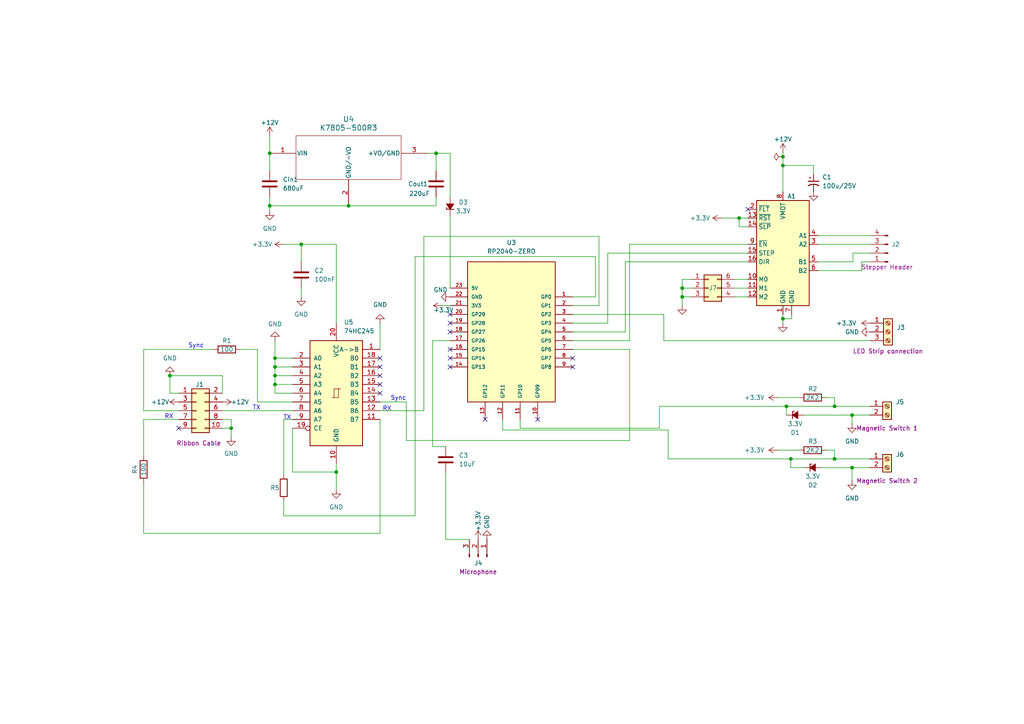
<source format=kicad_sch>
(kicad_sch
	(version 20231120)
	(generator "eeschema")
	(generator_version "8.0")
	(uuid "5527cf12-a576-4b11-b538-1371726bea21")
	(paper "A4")
	(lib_symbols
		(symbol "74xx:74HC245"
			(pin_names
				(offset 1.016)
			)
			(exclude_from_sim no)
			(in_bom yes)
			(on_board yes)
			(property "Reference" "U5"
				(at 2.1941 20.574 0)
				(effects
					(font
						(size 1.27 1.27)
					)
					(justify left)
				)
			)
			(property "Value" "74HC245"
				(at 2.1941 18.034 0)
				(effects
					(font
						(size 1.27 1.27)
					)
					(justify left)
				)
			)
			(property "Footprint" ""
				(at 0 0 0)
				(effects
					(font
						(size 1.27 1.27)
					)
					(hide yes)
				)
			)
			(property "Datasheet" "http://www.ti.com/lit/gpn/sn74HC245"
				(at -0.254 -28.194 0)
				(effects
					(font
						(size 1.27 1.27)
					)
					(hide yes)
				)
			)
			(property "Description" "Octal BUS Transceivers, 3-State outputs"
				(at 1.27 -31.242 0)
				(effects
					(font
						(size 1.27 1.27)
					)
					(hide yes)
				)
			)
			(property "ki_locked" ""
				(at 0 0 0)
				(effects
					(font
						(size 1.27 1.27)
					)
				)
			)
			(property "ki_keywords" "HCMOS BUS 3State"
				(at 0 0 0)
				(effects
					(font
						(size 1.27 1.27)
					)
					(hide yes)
				)
			)
			(property "ki_fp_filters" "DIP?20*"
				(at 0 0 0)
				(effects
					(font
						(size 1.27 1.27)
					)
					(hide yes)
				)
			)
			(symbol "74HC245_1_0"
				(polyline
					(pts
						(xy -0.635 -1.27) (xy -0.635 1.27) (xy 0.635 1.27)
					)
					(stroke
						(width 0)
						(type default)
					)
					(fill
						(type none)
					)
				)
				(polyline
					(pts
						(xy -1.27 -1.27) (xy 0.635 -1.27) (xy 0.635 1.27) (xy 1.27 1.27)
					)
					(stroke
						(width 0)
						(type default)
					)
					(fill
						(type none)
					)
				)
				(pin input line
					(at 12.7 12.7 180)
					(length 5.08)
					(name "A->B"
						(effects
							(font
								(size 1.27 1.27)
							)
						)
					)
					(number "1"
						(effects
							(font
								(size 1.27 1.27)
							)
						)
					)
				)
				(pin power_in line
					(at 0 -20.32 90)
					(length 5.08)
					(name "GND"
						(effects
							(font
								(size 1.27 1.27)
							)
						)
					)
					(number "10"
						(effects
							(font
								(size 1.27 1.27)
							)
						)
					)
				)
				(pin tri_state line
					(at 12.7 -7.62 180)
					(length 5.08)
					(name "B7"
						(effects
							(font
								(size 1.27 1.27)
							)
						)
					)
					(number "11"
						(effects
							(font
								(size 1.27 1.27)
							)
						)
					)
				)
				(pin tri_state line
					(at 12.7 -5.08 180)
					(length 5.08)
					(name "B6"
						(effects
							(font
								(size 1.27 1.27)
							)
						)
					)
					(number "12"
						(effects
							(font
								(size 1.27 1.27)
							)
						)
					)
				)
				(pin tri_state line
					(at 12.7 -2.54 180)
					(length 5.08)
					(name "B5"
						(effects
							(font
								(size 1.27 1.27)
							)
						)
					)
					(number "13"
						(effects
							(font
								(size 1.27 1.27)
							)
						)
					)
				)
				(pin tri_state line
					(at 12.7 0 180)
					(length 5.08)
					(name "B4"
						(effects
							(font
								(size 1.27 1.27)
							)
						)
					)
					(number "14"
						(effects
							(font
								(size 1.27 1.27)
							)
						)
					)
				)
				(pin tri_state line
					(at 12.7 2.54 180)
					(length 5.08)
					(name "B3"
						(effects
							(font
								(size 1.27 1.27)
							)
						)
					)
					(number "15"
						(effects
							(font
								(size 1.27 1.27)
							)
						)
					)
				)
				(pin tri_state line
					(at 12.7 5.08 180)
					(length 5.08)
					(name "B2"
						(effects
							(font
								(size 1.27 1.27)
							)
						)
					)
					(number "16"
						(effects
							(font
								(size 1.27 1.27)
							)
						)
					)
				)
				(pin tri_state line
					(at 12.7 7.62 180)
					(length 5.08)
					(name "B1"
						(effects
							(font
								(size 1.27 1.27)
							)
						)
					)
					(number "17"
						(effects
							(font
								(size 1.27 1.27)
							)
						)
					)
				)
				(pin tri_state line
					(at 12.7 10.16 180)
					(length 5.08)
					(name "B0"
						(effects
							(font
								(size 1.27 1.27)
							)
						)
					)
					(number "18"
						(effects
							(font
								(size 1.27 1.27)
							)
						)
					)
				)
				(pin input inverted
					(at -12.7 -10.16 0)
					(length 5.08)
					(name "CE"
						(effects
							(font
								(size 1.27 1.27)
							)
						)
					)
					(number "19"
						(effects
							(font
								(size 1.27 1.27)
							)
						)
					)
				)
				(pin tri_state line
					(at -12.7 10.16 0)
					(length 5.08)
					(name "A0"
						(effects
							(font
								(size 1.27 1.27)
							)
						)
					)
					(number "2"
						(effects
							(font
								(size 1.27 1.27)
							)
						)
					)
				)
				(pin power_in line
					(at 0 20.32 270)
					(length 5.08)
					(name "VCC"
						(effects
							(font
								(size 1.27 1.27)
							)
						)
					)
					(number "20"
						(effects
							(font
								(size 1.27 1.27)
							)
						)
					)
				)
				(pin tri_state line
					(at -12.7 7.62 0)
					(length 5.08)
					(name "A1"
						(effects
							(font
								(size 1.27 1.27)
							)
						)
					)
					(number "3"
						(effects
							(font
								(size 1.27 1.27)
							)
						)
					)
				)
				(pin tri_state line
					(at -12.7 5.08 0)
					(length 5.08)
					(name "A2"
						(effects
							(font
								(size 1.27 1.27)
							)
						)
					)
					(number "4"
						(effects
							(font
								(size 1.27 1.27)
							)
						)
					)
				)
				(pin tri_state line
					(at -12.7 2.54 0)
					(length 5.08)
					(name "A3"
						(effects
							(font
								(size 1.27 1.27)
							)
						)
					)
					(number "5"
						(effects
							(font
								(size 1.27 1.27)
							)
						)
					)
				)
				(pin tri_state line
					(at -12.7 0 0)
					(length 5.08)
					(name "A4"
						(effects
							(font
								(size 1.27 1.27)
							)
						)
					)
					(number "6"
						(effects
							(font
								(size 1.27 1.27)
							)
						)
					)
				)
				(pin tri_state line
					(at -12.7 -2.54 0)
					(length 5.08)
					(name "A5"
						(effects
							(font
								(size 1.27 1.27)
							)
						)
					)
					(number "7"
						(effects
							(font
								(size 1.27 1.27)
							)
						)
					)
				)
				(pin tri_state line
					(at -12.7 -5.08 0)
					(length 5.08)
					(name "A6"
						(effects
							(font
								(size 1.27 1.27)
							)
						)
					)
					(number "8"
						(effects
							(font
								(size 1.27 1.27)
							)
						)
					)
				)
				(pin tri_state line
					(at -12.7 -7.62 0)
					(length 5.08)
					(name "A7"
						(effects
							(font
								(size 1.27 1.27)
							)
						)
					)
					(number "9"
						(effects
							(font
								(size 1.27 1.27)
							)
						)
					)
				)
			)
			(symbol "74HC245_1_1"
				(rectangle
					(start -7.62 15.24)
					(end 7.62 -15.24)
					(stroke
						(width 0.254)
						(type default)
					)
					(fill
						(type background)
					)
				)
			)
		)
		(symbol "Connector:Conn_01x03_Pin"
			(pin_names
				(offset 1.016) hide)
			(exclude_from_sim no)
			(in_bom yes)
			(on_board yes)
			(property "Reference" "J"
				(at 0 5.08 0)
				(effects
					(font
						(size 1.27 1.27)
					)
				)
			)
			(property "Value" "Conn_01x03_Pin"
				(at 0 -5.08 0)
				(effects
					(font
						(size 1.27 1.27)
					)
				)
			)
			(property "Footprint" ""
				(at 0 0 0)
				(effects
					(font
						(size 1.27 1.27)
					)
					(hide yes)
				)
			)
			(property "Datasheet" "~"
				(at 0 0 0)
				(effects
					(font
						(size 1.27 1.27)
					)
					(hide yes)
				)
			)
			(property "Description" "Generic connector, single row, 01x03, script generated"
				(at 0 0 0)
				(effects
					(font
						(size 1.27 1.27)
					)
					(hide yes)
				)
			)
			(property "ki_locked" ""
				(at 0 0 0)
				(effects
					(font
						(size 1.27 1.27)
					)
				)
			)
			(property "ki_keywords" "connector"
				(at 0 0 0)
				(effects
					(font
						(size 1.27 1.27)
					)
					(hide yes)
				)
			)
			(property "ki_fp_filters" "Connector*:*_1x??_*"
				(at 0 0 0)
				(effects
					(font
						(size 1.27 1.27)
					)
					(hide yes)
				)
			)
			(symbol "Conn_01x03_Pin_1_1"
				(polyline
					(pts
						(xy 1.27 -2.54) (xy 0.8636 -2.54)
					)
					(stroke
						(width 0.1524)
						(type default)
					)
					(fill
						(type none)
					)
				)
				(polyline
					(pts
						(xy 1.27 0) (xy 0.8636 0)
					)
					(stroke
						(width 0.1524)
						(type default)
					)
					(fill
						(type none)
					)
				)
				(polyline
					(pts
						(xy 1.27 2.54) (xy 0.8636 2.54)
					)
					(stroke
						(width 0.1524)
						(type default)
					)
					(fill
						(type none)
					)
				)
				(rectangle
					(start 0.8636 -2.413)
					(end 0 -2.667)
					(stroke
						(width 0.1524)
						(type default)
					)
					(fill
						(type outline)
					)
				)
				(rectangle
					(start 0.8636 0.127)
					(end 0 -0.127)
					(stroke
						(width 0.1524)
						(type default)
					)
					(fill
						(type outline)
					)
				)
				(rectangle
					(start 0.8636 2.667)
					(end 0 2.413)
					(stroke
						(width 0.1524)
						(type default)
					)
					(fill
						(type outline)
					)
				)
				(pin passive line
					(at 5.08 2.54 180)
					(length 3.81)
					(name "Pin_1"
						(effects
							(font
								(size 1.27 1.27)
							)
						)
					)
					(number "1"
						(effects
							(font
								(size 1.27 1.27)
							)
						)
					)
				)
				(pin passive line
					(at 5.08 0 180)
					(length 3.81)
					(name "Pin_2"
						(effects
							(font
								(size 1.27 1.27)
							)
						)
					)
					(number "2"
						(effects
							(font
								(size 1.27 1.27)
							)
						)
					)
				)
				(pin passive line
					(at 5.08 -2.54 180)
					(length 3.81)
					(name "Pin_3"
						(effects
							(font
								(size 1.27 1.27)
							)
						)
					)
					(number "3"
						(effects
							(font
								(size 1.27 1.27)
							)
						)
					)
				)
			)
		)
		(symbol "Connector:Conn_01x04_Pin"
			(pin_names
				(offset 1.016) hide)
			(exclude_from_sim no)
			(in_bom yes)
			(on_board yes)
			(property "Reference" "J"
				(at 0 5.08 0)
				(effects
					(font
						(size 1.27 1.27)
					)
				)
			)
			(property "Value" "Conn_01x04_Pin"
				(at 0 -7.62 0)
				(effects
					(font
						(size 1.27 1.27)
					)
				)
			)
			(property "Footprint" ""
				(at 0 0 0)
				(effects
					(font
						(size 1.27 1.27)
					)
					(hide yes)
				)
			)
			(property "Datasheet" "~"
				(at 0 0 0)
				(effects
					(font
						(size 1.27 1.27)
					)
					(hide yes)
				)
			)
			(property "Description" "Generic connector, single row, 01x04, script generated"
				(at 0 0 0)
				(effects
					(font
						(size 1.27 1.27)
					)
					(hide yes)
				)
			)
			(property "ki_locked" ""
				(at 0 0 0)
				(effects
					(font
						(size 1.27 1.27)
					)
				)
			)
			(property "ki_keywords" "connector"
				(at 0 0 0)
				(effects
					(font
						(size 1.27 1.27)
					)
					(hide yes)
				)
			)
			(property "ki_fp_filters" "Connector*:*_1x??_*"
				(at 0 0 0)
				(effects
					(font
						(size 1.27 1.27)
					)
					(hide yes)
				)
			)
			(symbol "Conn_01x04_Pin_1_1"
				(polyline
					(pts
						(xy 1.27 -5.08) (xy 0.8636 -5.08)
					)
					(stroke
						(width 0.1524)
						(type default)
					)
					(fill
						(type none)
					)
				)
				(polyline
					(pts
						(xy 1.27 -2.54) (xy 0.8636 -2.54)
					)
					(stroke
						(width 0.1524)
						(type default)
					)
					(fill
						(type none)
					)
				)
				(polyline
					(pts
						(xy 1.27 0) (xy 0.8636 0)
					)
					(stroke
						(width 0.1524)
						(type default)
					)
					(fill
						(type none)
					)
				)
				(polyline
					(pts
						(xy 1.27 2.54) (xy 0.8636 2.54)
					)
					(stroke
						(width 0.1524)
						(type default)
					)
					(fill
						(type none)
					)
				)
				(rectangle
					(start 0.8636 -4.953)
					(end 0 -5.207)
					(stroke
						(width 0.1524)
						(type default)
					)
					(fill
						(type outline)
					)
				)
				(rectangle
					(start 0.8636 -2.413)
					(end 0 -2.667)
					(stroke
						(width 0.1524)
						(type default)
					)
					(fill
						(type outline)
					)
				)
				(rectangle
					(start 0.8636 0.127)
					(end 0 -0.127)
					(stroke
						(width 0.1524)
						(type default)
					)
					(fill
						(type outline)
					)
				)
				(rectangle
					(start 0.8636 2.667)
					(end 0 2.413)
					(stroke
						(width 0.1524)
						(type default)
					)
					(fill
						(type outline)
					)
				)
				(pin passive line
					(at 5.08 2.54 180)
					(length 3.81)
					(name "Pin_1"
						(effects
							(font
								(size 1.27 1.27)
							)
						)
					)
					(number "1"
						(effects
							(font
								(size 1.27 1.27)
							)
						)
					)
				)
				(pin passive line
					(at 5.08 0 180)
					(length 3.81)
					(name "Pin_2"
						(effects
							(font
								(size 1.27 1.27)
							)
						)
					)
					(number "2"
						(effects
							(font
								(size 1.27 1.27)
							)
						)
					)
				)
				(pin passive line
					(at 5.08 -2.54 180)
					(length 3.81)
					(name "Pin_3"
						(effects
							(font
								(size 1.27 1.27)
							)
						)
					)
					(number "3"
						(effects
							(font
								(size 1.27 1.27)
							)
						)
					)
				)
				(pin passive line
					(at 5.08 -5.08 180)
					(length 3.81)
					(name "Pin_4"
						(effects
							(font
								(size 1.27 1.27)
							)
						)
					)
					(number "4"
						(effects
							(font
								(size 1.27 1.27)
							)
						)
					)
				)
			)
		)
		(symbol "Connector:Screw_Terminal_01x02"
			(pin_names
				(offset 1.016) hide)
			(exclude_from_sim no)
			(in_bom yes)
			(on_board yes)
			(property "Reference" "J"
				(at 0 2.54 0)
				(effects
					(font
						(size 1.27 1.27)
					)
				)
			)
			(property "Value" "Screw_Terminal_01x02"
				(at 0 -5.08 0)
				(effects
					(font
						(size 1.27 1.27)
					)
				)
			)
			(property "Footprint" ""
				(at 0 0 0)
				(effects
					(font
						(size 1.27 1.27)
					)
					(hide yes)
				)
			)
			(property "Datasheet" "~"
				(at 0 0 0)
				(effects
					(font
						(size 1.27 1.27)
					)
					(hide yes)
				)
			)
			(property "Description" "Generic screw terminal, single row, 01x02, script generated (kicad-library-utils/schlib/autogen/connector/)"
				(at 0 0 0)
				(effects
					(font
						(size 1.27 1.27)
					)
					(hide yes)
				)
			)
			(property "ki_keywords" "screw terminal"
				(at 0 0 0)
				(effects
					(font
						(size 1.27 1.27)
					)
					(hide yes)
				)
			)
			(property "ki_fp_filters" "TerminalBlock*:*"
				(at 0 0 0)
				(effects
					(font
						(size 1.27 1.27)
					)
					(hide yes)
				)
			)
			(symbol "Screw_Terminal_01x02_1_1"
				(rectangle
					(start -1.27 1.27)
					(end 1.27 -3.81)
					(stroke
						(width 0.254)
						(type default)
					)
					(fill
						(type background)
					)
				)
				(circle
					(center 0 -2.54)
					(radius 0.635)
					(stroke
						(width 0.1524)
						(type default)
					)
					(fill
						(type none)
					)
				)
				(polyline
					(pts
						(xy -0.5334 -2.2098) (xy 0.3302 -3.048)
					)
					(stroke
						(width 0.1524)
						(type default)
					)
					(fill
						(type none)
					)
				)
				(polyline
					(pts
						(xy -0.5334 0.3302) (xy 0.3302 -0.508)
					)
					(stroke
						(width 0.1524)
						(type default)
					)
					(fill
						(type none)
					)
				)
				(polyline
					(pts
						(xy -0.3556 -2.032) (xy 0.508 -2.8702)
					)
					(stroke
						(width 0.1524)
						(type default)
					)
					(fill
						(type none)
					)
				)
				(polyline
					(pts
						(xy -0.3556 0.508) (xy 0.508 -0.3302)
					)
					(stroke
						(width 0.1524)
						(type default)
					)
					(fill
						(type none)
					)
				)
				(circle
					(center 0 0)
					(radius 0.635)
					(stroke
						(width 0.1524)
						(type default)
					)
					(fill
						(type none)
					)
				)
				(pin passive line
					(at -5.08 0 0)
					(length 3.81)
					(name "Pin_1"
						(effects
							(font
								(size 1.27 1.27)
							)
						)
					)
					(number "1"
						(effects
							(font
								(size 1.27 1.27)
							)
						)
					)
				)
				(pin passive line
					(at -5.08 -2.54 0)
					(length 3.81)
					(name "Pin_2"
						(effects
							(font
								(size 1.27 1.27)
							)
						)
					)
					(number "2"
						(effects
							(font
								(size 1.27 1.27)
							)
						)
					)
				)
			)
		)
		(symbol "Connector:Screw_Terminal_01x03"
			(pin_names
				(offset 1.016) hide)
			(exclude_from_sim no)
			(in_bom yes)
			(on_board yes)
			(property "Reference" "J"
				(at 0 5.08 0)
				(effects
					(font
						(size 1.27 1.27)
					)
				)
			)
			(property "Value" "Screw_Terminal_01x03"
				(at 0 -5.08 0)
				(effects
					(font
						(size 1.27 1.27)
					)
				)
			)
			(property "Footprint" ""
				(at 0 0 0)
				(effects
					(font
						(size 1.27 1.27)
					)
					(hide yes)
				)
			)
			(property "Datasheet" "~"
				(at 0 0 0)
				(effects
					(font
						(size 1.27 1.27)
					)
					(hide yes)
				)
			)
			(property "Description" "Generic screw terminal, single row, 01x03, script generated (kicad-library-utils/schlib/autogen/connector/)"
				(at 0 0 0)
				(effects
					(font
						(size 1.27 1.27)
					)
					(hide yes)
				)
			)
			(property "ki_keywords" "screw terminal"
				(at 0 0 0)
				(effects
					(font
						(size 1.27 1.27)
					)
					(hide yes)
				)
			)
			(property "ki_fp_filters" "TerminalBlock*:*"
				(at 0 0 0)
				(effects
					(font
						(size 1.27 1.27)
					)
					(hide yes)
				)
			)
			(symbol "Screw_Terminal_01x03_1_1"
				(rectangle
					(start -1.27 3.81)
					(end 1.27 -3.81)
					(stroke
						(width 0.254)
						(type default)
					)
					(fill
						(type background)
					)
				)
				(circle
					(center 0 -2.54)
					(radius 0.635)
					(stroke
						(width 0.1524)
						(type default)
					)
					(fill
						(type none)
					)
				)
				(polyline
					(pts
						(xy -0.5334 -2.2098) (xy 0.3302 -3.048)
					)
					(stroke
						(width 0.1524)
						(type default)
					)
					(fill
						(type none)
					)
				)
				(polyline
					(pts
						(xy -0.5334 0.3302) (xy 0.3302 -0.508)
					)
					(stroke
						(width 0.1524)
						(type default)
					)
					(fill
						(type none)
					)
				)
				(polyline
					(pts
						(xy -0.5334 2.8702) (xy 0.3302 2.032)
					)
					(stroke
						(width 0.1524)
						(type default)
					)
					(fill
						(type none)
					)
				)
				(polyline
					(pts
						(xy -0.3556 -2.032) (xy 0.508 -2.8702)
					)
					(stroke
						(width 0.1524)
						(type default)
					)
					(fill
						(type none)
					)
				)
				(polyline
					(pts
						(xy -0.3556 0.508) (xy 0.508 -0.3302)
					)
					(stroke
						(width 0.1524)
						(type default)
					)
					(fill
						(type none)
					)
				)
				(polyline
					(pts
						(xy -0.3556 3.048) (xy 0.508 2.2098)
					)
					(stroke
						(width 0.1524)
						(type default)
					)
					(fill
						(type none)
					)
				)
				(circle
					(center 0 0)
					(radius 0.635)
					(stroke
						(width 0.1524)
						(type default)
					)
					(fill
						(type none)
					)
				)
				(circle
					(center 0 2.54)
					(radius 0.635)
					(stroke
						(width 0.1524)
						(type default)
					)
					(fill
						(type none)
					)
				)
				(pin passive line
					(at -5.08 2.54 0)
					(length 3.81)
					(name "Pin_1"
						(effects
							(font
								(size 1.27 1.27)
							)
						)
					)
					(number "1"
						(effects
							(font
								(size 1.27 1.27)
							)
						)
					)
				)
				(pin passive line
					(at -5.08 0 0)
					(length 3.81)
					(name "Pin_2"
						(effects
							(font
								(size 1.27 1.27)
							)
						)
					)
					(number "2"
						(effects
							(font
								(size 1.27 1.27)
							)
						)
					)
				)
				(pin passive line
					(at -5.08 -2.54 0)
					(length 3.81)
					(name "Pin_3"
						(effects
							(font
								(size 1.27 1.27)
							)
						)
					)
					(number "3"
						(effects
							(font
								(size 1.27 1.27)
							)
						)
					)
				)
			)
		)
		(symbol "Connector_Generic:Conn_02x03_Counter_Clockwise"
			(pin_names
				(offset 1.016) hide)
			(exclude_from_sim no)
			(in_bom yes)
			(on_board yes)
			(property "Reference" "J"
				(at 1.27 5.08 0)
				(effects
					(font
						(size 1.27 1.27)
					)
				)
			)
			(property "Value" "Conn_02x03_Counter_Clockwise"
				(at 1.27 -5.08 0)
				(effects
					(font
						(size 1.27 1.27)
					)
				)
			)
			(property "Footprint" ""
				(at 0 0 0)
				(effects
					(font
						(size 1.27 1.27)
					)
					(hide yes)
				)
			)
			(property "Datasheet" "~"
				(at 0 0 0)
				(effects
					(font
						(size 1.27 1.27)
					)
					(hide yes)
				)
			)
			(property "Description" "Generic connector, double row, 02x03, counter clockwise pin numbering scheme (similar to DIP package numbering), script generated (kicad-library-utils/schlib/autogen/connector/)"
				(at 0 0 0)
				(effects
					(font
						(size 1.27 1.27)
					)
					(hide yes)
				)
			)
			(property "ki_keywords" "connector"
				(at 0 0 0)
				(effects
					(font
						(size 1.27 1.27)
					)
					(hide yes)
				)
			)
			(property "ki_fp_filters" "Connector*:*_2x??_*"
				(at 0 0 0)
				(effects
					(font
						(size 1.27 1.27)
					)
					(hide yes)
				)
			)
			(symbol "Conn_02x03_Counter_Clockwise_1_1"
				(rectangle
					(start -1.27 -2.413)
					(end 0 -2.667)
					(stroke
						(width 0.1524)
						(type default)
					)
					(fill
						(type none)
					)
				)
				(rectangle
					(start -1.27 0.127)
					(end 0 -0.127)
					(stroke
						(width 0.1524)
						(type default)
					)
					(fill
						(type none)
					)
				)
				(rectangle
					(start -1.27 2.667)
					(end 0 2.413)
					(stroke
						(width 0.1524)
						(type default)
					)
					(fill
						(type none)
					)
				)
				(rectangle
					(start -1.27 3.81)
					(end 3.81 -3.81)
					(stroke
						(width 0.254)
						(type default)
					)
					(fill
						(type background)
					)
				)
				(rectangle
					(start 3.81 -2.413)
					(end 2.54 -2.667)
					(stroke
						(width 0.1524)
						(type default)
					)
					(fill
						(type none)
					)
				)
				(rectangle
					(start 3.81 0.127)
					(end 2.54 -0.127)
					(stroke
						(width 0.1524)
						(type default)
					)
					(fill
						(type none)
					)
				)
				(rectangle
					(start 3.81 2.667)
					(end 2.54 2.413)
					(stroke
						(width 0.1524)
						(type default)
					)
					(fill
						(type none)
					)
				)
				(pin passive line
					(at -5.08 2.54 0)
					(length 3.81)
					(name "Pin_1"
						(effects
							(font
								(size 1.27 1.27)
							)
						)
					)
					(number "1"
						(effects
							(font
								(size 1.27 1.27)
							)
						)
					)
				)
				(pin passive line
					(at -5.08 0 0)
					(length 3.81)
					(name "Pin_2"
						(effects
							(font
								(size 1.27 1.27)
							)
						)
					)
					(number "2"
						(effects
							(font
								(size 1.27 1.27)
							)
						)
					)
				)
				(pin passive line
					(at -5.08 -2.54 0)
					(length 3.81)
					(name "Pin_3"
						(effects
							(font
								(size 1.27 1.27)
							)
						)
					)
					(number "3"
						(effects
							(font
								(size 1.27 1.27)
							)
						)
					)
				)
				(pin passive line
					(at 7.62 -2.54 180)
					(length 3.81)
					(name "Pin_4"
						(effects
							(font
								(size 1.27 1.27)
							)
						)
					)
					(number "4"
						(effects
							(font
								(size 1.27 1.27)
							)
						)
					)
				)
				(pin passive line
					(at 7.62 0 180)
					(length 3.81)
					(name "Pin_5"
						(effects
							(font
								(size 1.27 1.27)
							)
						)
					)
					(number "5"
						(effects
							(font
								(size 1.27 1.27)
							)
						)
					)
				)
				(pin passive line
					(at 7.62 2.54 180)
					(length 3.81)
					(name "Pin_6"
						(effects
							(font
								(size 1.27 1.27)
							)
						)
					)
					(number "6"
						(effects
							(font
								(size 1.27 1.27)
							)
						)
					)
				)
			)
		)
		(symbol "Connector_Generic:Conn_02x05_Odd_Even"
			(pin_names
				(offset 1.016) hide)
			(exclude_from_sim no)
			(in_bom yes)
			(on_board yes)
			(property "Reference" "J"
				(at 1.27 7.62 0)
				(effects
					(font
						(size 1.27 1.27)
					)
				)
			)
			(property "Value" "Conn_02x05_Odd_Even"
				(at 1.27 -7.62 0)
				(effects
					(font
						(size 1.27 1.27)
					)
				)
			)
			(property "Footprint" ""
				(at 0 0 0)
				(effects
					(font
						(size 1.27 1.27)
					)
					(hide yes)
				)
			)
			(property "Datasheet" "~"
				(at 0 0 0)
				(effects
					(font
						(size 1.27 1.27)
					)
					(hide yes)
				)
			)
			(property "Description" "Generic connector, double row, 02x05, odd/even pin numbering scheme (row 1 odd numbers, row 2 even numbers), script generated (kicad-library-utils/schlib/autogen/connector/)"
				(at 0 0 0)
				(effects
					(font
						(size 1.27 1.27)
					)
					(hide yes)
				)
			)
			(property "ki_keywords" "connector"
				(at 0 0 0)
				(effects
					(font
						(size 1.27 1.27)
					)
					(hide yes)
				)
			)
			(property "ki_fp_filters" "Connector*:*_2x??_*"
				(at 0 0 0)
				(effects
					(font
						(size 1.27 1.27)
					)
					(hide yes)
				)
			)
			(symbol "Conn_02x05_Odd_Even_1_1"
				(rectangle
					(start -1.27 -4.953)
					(end 0 -5.207)
					(stroke
						(width 0.1524)
						(type default)
					)
					(fill
						(type none)
					)
				)
				(rectangle
					(start -1.27 -2.413)
					(end 0 -2.667)
					(stroke
						(width 0.1524)
						(type default)
					)
					(fill
						(type none)
					)
				)
				(rectangle
					(start -1.27 0.127)
					(end 0 -0.127)
					(stroke
						(width 0.1524)
						(type default)
					)
					(fill
						(type none)
					)
				)
				(rectangle
					(start -1.27 2.667)
					(end 0 2.413)
					(stroke
						(width 0.1524)
						(type default)
					)
					(fill
						(type none)
					)
				)
				(rectangle
					(start -1.27 5.207)
					(end 0 4.953)
					(stroke
						(width 0.1524)
						(type default)
					)
					(fill
						(type none)
					)
				)
				(rectangle
					(start -1.27 6.35)
					(end 3.81 -6.35)
					(stroke
						(width 0.254)
						(type default)
					)
					(fill
						(type background)
					)
				)
				(rectangle
					(start 3.81 -4.953)
					(end 2.54 -5.207)
					(stroke
						(width 0.1524)
						(type default)
					)
					(fill
						(type none)
					)
				)
				(rectangle
					(start 3.81 -2.413)
					(end 2.54 -2.667)
					(stroke
						(width 0.1524)
						(type default)
					)
					(fill
						(type none)
					)
				)
				(rectangle
					(start 3.81 0.127)
					(end 2.54 -0.127)
					(stroke
						(width 0.1524)
						(type default)
					)
					(fill
						(type none)
					)
				)
				(rectangle
					(start 3.81 2.667)
					(end 2.54 2.413)
					(stroke
						(width 0.1524)
						(type default)
					)
					(fill
						(type none)
					)
				)
				(rectangle
					(start 3.81 5.207)
					(end 2.54 4.953)
					(stroke
						(width 0.1524)
						(type default)
					)
					(fill
						(type none)
					)
				)
				(pin passive line
					(at -5.08 5.08 0)
					(length 3.81)
					(name "Pin_1"
						(effects
							(font
								(size 1.27 1.27)
							)
						)
					)
					(number "1"
						(effects
							(font
								(size 1.27 1.27)
							)
						)
					)
				)
				(pin passive line
					(at 7.62 -5.08 180)
					(length 3.81)
					(name "Pin_10"
						(effects
							(font
								(size 1.27 1.27)
							)
						)
					)
					(number "10"
						(effects
							(font
								(size 1.27 1.27)
							)
						)
					)
				)
				(pin passive line
					(at 7.62 5.08 180)
					(length 3.81)
					(name "Pin_2"
						(effects
							(font
								(size 1.27 1.27)
							)
						)
					)
					(number "2"
						(effects
							(font
								(size 1.27 1.27)
							)
						)
					)
				)
				(pin passive line
					(at -5.08 2.54 0)
					(length 3.81)
					(name "Pin_3"
						(effects
							(font
								(size 1.27 1.27)
							)
						)
					)
					(number "3"
						(effects
							(font
								(size 1.27 1.27)
							)
						)
					)
				)
				(pin passive line
					(at 7.62 2.54 180)
					(length 3.81)
					(name "Pin_4"
						(effects
							(font
								(size 1.27 1.27)
							)
						)
					)
					(number "4"
						(effects
							(font
								(size 1.27 1.27)
							)
						)
					)
				)
				(pin passive line
					(at -5.08 0 0)
					(length 3.81)
					(name "Pin_5"
						(effects
							(font
								(size 1.27 1.27)
							)
						)
					)
					(number "5"
						(effects
							(font
								(size 1.27 1.27)
							)
						)
					)
				)
				(pin passive line
					(at 7.62 0 180)
					(length 3.81)
					(name "Pin_6"
						(effects
							(font
								(size 1.27 1.27)
							)
						)
					)
					(number "6"
						(effects
							(font
								(size 1.27 1.27)
							)
						)
					)
				)
				(pin passive line
					(at -5.08 -2.54 0)
					(length 3.81)
					(name "Pin_7"
						(effects
							(font
								(size 1.27 1.27)
							)
						)
					)
					(number "7"
						(effects
							(font
								(size 1.27 1.27)
							)
						)
					)
				)
				(pin passive line
					(at 7.62 -2.54 180)
					(length 3.81)
					(name "Pin_8"
						(effects
							(font
								(size 1.27 1.27)
							)
						)
					)
					(number "8"
						(effects
							(font
								(size 1.27 1.27)
							)
						)
					)
				)
				(pin passive line
					(at -5.08 -5.08 0)
					(length 3.81)
					(name "Pin_9"
						(effects
							(font
								(size 1.27 1.27)
							)
						)
					)
					(number "9"
						(effects
							(font
								(size 1.27 1.27)
							)
						)
					)
				)
			)
		)
		(symbol "Device:C"
			(pin_numbers hide)
			(pin_names
				(offset 0.254)
			)
			(exclude_from_sim no)
			(in_bom yes)
			(on_board yes)
			(property "Reference" "C"
				(at 0.635 2.54 0)
				(effects
					(font
						(size 1.27 1.27)
					)
					(justify left)
				)
			)
			(property "Value" "C"
				(at 0.635 -2.54 0)
				(effects
					(font
						(size 1.27 1.27)
					)
					(justify left)
				)
			)
			(property "Footprint" ""
				(at 0.9652 -3.81 0)
				(effects
					(font
						(size 1.27 1.27)
					)
					(hide yes)
				)
			)
			(property "Datasheet" "~"
				(at 0 0 0)
				(effects
					(font
						(size 1.27 1.27)
					)
					(hide yes)
				)
			)
			(property "Description" "Unpolarized capacitor"
				(at 0 0 0)
				(effects
					(font
						(size 1.27 1.27)
					)
					(hide yes)
				)
			)
			(property "ki_keywords" "cap capacitor"
				(at 0 0 0)
				(effects
					(font
						(size 1.27 1.27)
					)
					(hide yes)
				)
			)
			(property "ki_fp_filters" "C_*"
				(at 0 0 0)
				(effects
					(font
						(size 1.27 1.27)
					)
					(hide yes)
				)
			)
			(symbol "C_0_1"
				(polyline
					(pts
						(xy -2.032 -0.762) (xy 2.032 -0.762)
					)
					(stroke
						(width 0.508)
						(type default)
					)
					(fill
						(type none)
					)
				)
				(polyline
					(pts
						(xy -2.032 0.762) (xy 2.032 0.762)
					)
					(stroke
						(width 0.508)
						(type default)
					)
					(fill
						(type none)
					)
				)
			)
			(symbol "C_1_1"
				(pin passive line
					(at 0 3.81 270)
					(length 2.794)
					(name "~"
						(effects
							(font
								(size 1.27 1.27)
							)
						)
					)
					(number "1"
						(effects
							(font
								(size 1.27 1.27)
							)
						)
					)
				)
				(pin passive line
					(at 0 -3.81 90)
					(length 2.794)
					(name "~"
						(effects
							(font
								(size 1.27 1.27)
							)
						)
					)
					(number "2"
						(effects
							(font
								(size 1.27 1.27)
							)
						)
					)
				)
			)
		)
		(symbol "Device:C_Polarized_Small_US"
			(pin_numbers hide)
			(pin_names
				(offset 0.254) hide)
			(exclude_from_sim no)
			(in_bom yes)
			(on_board yes)
			(property "Reference" "C"
				(at 0.254 1.778 0)
				(effects
					(font
						(size 1.27 1.27)
					)
					(justify left)
				)
			)
			(property "Value" "C_Polarized_Small_US"
				(at 0.254 -2.032 0)
				(effects
					(font
						(size 1.27 1.27)
					)
					(justify left)
				)
			)
			(property "Footprint" ""
				(at 0 0 0)
				(effects
					(font
						(size 1.27 1.27)
					)
					(hide yes)
				)
			)
			(property "Datasheet" "~"
				(at 0 0 0)
				(effects
					(font
						(size 1.27 1.27)
					)
					(hide yes)
				)
			)
			(property "Description" "Polarized capacitor, small US symbol"
				(at 0 0 0)
				(effects
					(font
						(size 1.27 1.27)
					)
					(hide yes)
				)
			)
			(property "ki_keywords" "cap capacitor"
				(at 0 0 0)
				(effects
					(font
						(size 1.27 1.27)
					)
					(hide yes)
				)
			)
			(property "ki_fp_filters" "CP_*"
				(at 0 0 0)
				(effects
					(font
						(size 1.27 1.27)
					)
					(hide yes)
				)
			)
			(symbol "C_Polarized_Small_US_0_1"
				(polyline
					(pts
						(xy -1.524 0.508) (xy 1.524 0.508)
					)
					(stroke
						(width 0.3048)
						(type default)
					)
					(fill
						(type none)
					)
				)
				(polyline
					(pts
						(xy -1.27 1.524) (xy -0.762 1.524)
					)
					(stroke
						(width 0)
						(type default)
					)
					(fill
						(type none)
					)
				)
				(polyline
					(pts
						(xy -1.016 1.27) (xy -1.016 1.778)
					)
					(stroke
						(width 0)
						(type default)
					)
					(fill
						(type none)
					)
				)
				(arc
					(start 1.524 -0.762)
					(mid 0 -0.3734)
					(end -1.524 -0.762)
					(stroke
						(width 0.3048)
						(type default)
					)
					(fill
						(type none)
					)
				)
			)
			(symbol "C_Polarized_Small_US_1_1"
				(pin passive line
					(at 0 2.54 270)
					(length 2.032)
					(name "~"
						(effects
							(font
								(size 1.27 1.27)
							)
						)
					)
					(number "1"
						(effects
							(font
								(size 1.27 1.27)
							)
						)
					)
				)
				(pin passive line
					(at 0 -2.54 90)
					(length 2.032)
					(name "~"
						(effects
							(font
								(size 1.27 1.27)
							)
						)
					)
					(number "2"
						(effects
							(font
								(size 1.27 1.27)
							)
						)
					)
				)
			)
		)
		(symbol "Device:D_Zener_Small_Filled"
			(pin_numbers hide)
			(pin_names
				(offset 0.254) hide)
			(exclude_from_sim no)
			(in_bom yes)
			(on_board yes)
			(property "Reference" "D"
				(at 0 2.286 0)
				(effects
					(font
						(size 1.27 1.27)
					)
				)
			)
			(property "Value" "D_Zener_Small_Filled"
				(at 0 -2.286 0)
				(effects
					(font
						(size 1.27 1.27)
					)
				)
			)
			(property "Footprint" ""
				(at 0 0 90)
				(effects
					(font
						(size 1.27 1.27)
					)
					(hide yes)
				)
			)
			(property "Datasheet" "~"
				(at 0 0 90)
				(effects
					(font
						(size 1.27 1.27)
					)
					(hide yes)
				)
			)
			(property "Description" "Zener diode, small symbol, filled shape"
				(at 0 0 0)
				(effects
					(font
						(size 1.27 1.27)
					)
					(hide yes)
				)
			)
			(property "ki_keywords" "diode"
				(at 0 0 0)
				(effects
					(font
						(size 1.27 1.27)
					)
					(hide yes)
				)
			)
			(property "ki_fp_filters" "TO-???* *_Diode_* *SingleDiode* D_*"
				(at 0 0 0)
				(effects
					(font
						(size 1.27 1.27)
					)
					(hide yes)
				)
			)
			(symbol "D_Zener_Small_Filled_0_1"
				(polyline
					(pts
						(xy 0.762 0) (xy -0.762 0)
					)
					(stroke
						(width 0)
						(type default)
					)
					(fill
						(type none)
					)
				)
				(polyline
					(pts
						(xy -0.254 1.016) (xy -0.762 1.016) (xy -0.762 -1.016)
					)
					(stroke
						(width 0.254)
						(type default)
					)
					(fill
						(type none)
					)
				)
				(polyline
					(pts
						(xy 0.762 1.016) (xy -0.762 0) (xy 0.762 -1.016) (xy 0.762 1.016)
					)
					(stroke
						(width 0.254)
						(type default)
					)
					(fill
						(type outline)
					)
				)
			)
			(symbol "D_Zener_Small_Filled_1_1"
				(pin passive line
					(at -2.54 0 0)
					(length 1.778)
					(name "K"
						(effects
							(font
								(size 1.27 1.27)
							)
						)
					)
					(number "1"
						(effects
							(font
								(size 1.27 1.27)
							)
						)
					)
				)
				(pin passive line
					(at 2.54 0 180)
					(length 1.778)
					(name "A"
						(effects
							(font
								(size 1.27 1.27)
							)
						)
					)
					(number "2"
						(effects
							(font
								(size 1.27 1.27)
							)
						)
					)
				)
			)
		)
		(symbol "Device:R"
			(pin_numbers hide)
			(pin_names
				(offset 0)
			)
			(exclude_from_sim no)
			(in_bom yes)
			(on_board yes)
			(property "Reference" "R"
				(at 2.032 0 90)
				(effects
					(font
						(size 1.27 1.27)
					)
				)
			)
			(property "Value" "R"
				(at 0 0 90)
				(effects
					(font
						(size 1.27 1.27)
					)
				)
			)
			(property "Footprint" ""
				(at -1.778 0 90)
				(effects
					(font
						(size 1.27 1.27)
					)
					(hide yes)
				)
			)
			(property "Datasheet" "~"
				(at 0 0 0)
				(effects
					(font
						(size 1.27 1.27)
					)
					(hide yes)
				)
			)
			(property "Description" "Resistor"
				(at 0 0 0)
				(effects
					(font
						(size 1.27 1.27)
					)
					(hide yes)
				)
			)
			(property "ki_keywords" "R res resistor"
				(at 0 0 0)
				(effects
					(font
						(size 1.27 1.27)
					)
					(hide yes)
				)
			)
			(property "ki_fp_filters" "R_*"
				(at 0 0 0)
				(effects
					(font
						(size 1.27 1.27)
					)
					(hide yes)
				)
			)
			(symbol "R_0_1"
				(rectangle
					(start -1.016 -2.54)
					(end 1.016 2.54)
					(stroke
						(width 0.254)
						(type default)
					)
					(fill
						(type none)
					)
				)
			)
			(symbol "R_1_1"
				(pin passive line
					(at 0 3.81 270)
					(length 1.27)
					(name "~"
						(effects
							(font
								(size 1.27 1.27)
							)
						)
					)
					(number "1"
						(effects
							(font
								(size 1.27 1.27)
							)
						)
					)
				)
				(pin passive line
					(at 0 -3.81 90)
					(length 1.27)
					(name "~"
						(effects
							(font
								(size 1.27 1.27)
							)
						)
					)
					(number "2"
						(effects
							(font
								(size 1.27 1.27)
							)
						)
					)
				)
			)
		)
		(symbol "Driver_Motor:Pololu_Breakout_DRV8825"
			(exclude_from_sim no)
			(in_bom yes)
			(on_board yes)
			(property "Reference" "A"
				(at -2.54 16.51 0)
				(effects
					(font
						(size 1.27 1.27)
					)
					(justify right)
				)
			)
			(property "Value" "Pololu_Breakout_DRV8825"
				(at -2.54 13.97 0)
				(effects
					(font
						(size 1.27 1.27)
					)
					(justify right)
				)
			)
			(property "Footprint" "Module:Pololu_Breakout-16_15.2x20.3mm"
				(at 5.08 -20.32 0)
				(effects
					(font
						(size 1.27 1.27)
					)
					(justify left)
					(hide yes)
				)
			)
			(property "Datasheet" "https://www.pololu.com/product/2982"
				(at 2.54 -7.62 0)
				(effects
					(font
						(size 1.27 1.27)
					)
					(hide yes)
				)
			)
			(property "Description" "Pololu Breakout Board, Stepper Driver DRV8825"
				(at 0 0 0)
				(effects
					(font
						(size 1.27 1.27)
					)
					(hide yes)
				)
			)
			(property "ki_keywords" "Pololu Breakout Board Stepper Driver DRV8825"
				(at 0 0 0)
				(effects
					(font
						(size 1.27 1.27)
					)
					(hide yes)
				)
			)
			(property "ki_fp_filters" "Pololu*Breakout*15.2x20.3mm*"
				(at 0 0 0)
				(effects
					(font
						(size 1.27 1.27)
					)
					(hide yes)
				)
			)
			(symbol "Pololu_Breakout_DRV8825_0_1"
				(rectangle
					(start 7.62 -17.78)
					(end -7.62 12.7)
					(stroke
						(width 0.254)
						(type default)
					)
					(fill
						(type background)
					)
				)
			)
			(symbol "Pololu_Breakout_DRV8825_1_1"
				(pin power_in line
					(at 0 -20.32 90)
					(length 2.54)
					(name "GND"
						(effects
							(font
								(size 1.27 1.27)
							)
						)
					)
					(number "1"
						(effects
							(font
								(size 1.27 1.27)
							)
						)
					)
				)
				(pin input line
					(at -10.16 -10.16 0)
					(length 2.54)
					(name "M0"
						(effects
							(font
								(size 1.27 1.27)
							)
						)
					)
					(number "10"
						(effects
							(font
								(size 1.27 1.27)
							)
						)
					)
				)
				(pin input line
					(at -10.16 -12.7 0)
					(length 2.54)
					(name "M1"
						(effects
							(font
								(size 1.27 1.27)
							)
						)
					)
					(number "11"
						(effects
							(font
								(size 1.27 1.27)
							)
						)
					)
				)
				(pin input line
					(at -10.16 -15.24 0)
					(length 2.54)
					(name "M2"
						(effects
							(font
								(size 1.27 1.27)
							)
						)
					)
					(number "12"
						(effects
							(font
								(size 1.27 1.27)
							)
						)
					)
				)
				(pin input line
					(at -10.16 7.62 0)
					(length 2.54)
					(name "~{RST}"
						(effects
							(font
								(size 1.27 1.27)
							)
						)
					)
					(number "13"
						(effects
							(font
								(size 1.27 1.27)
							)
						)
					)
				)
				(pin input line
					(at -10.16 5.08 0)
					(length 2.54)
					(name "~{SLP}"
						(effects
							(font
								(size 1.27 1.27)
							)
						)
					)
					(number "14"
						(effects
							(font
								(size 1.27 1.27)
							)
						)
					)
				)
				(pin input line
					(at -10.16 -2.54 0)
					(length 2.54)
					(name "STEP"
						(effects
							(font
								(size 1.27 1.27)
							)
						)
					)
					(number "15"
						(effects
							(font
								(size 1.27 1.27)
							)
						)
					)
				)
				(pin input line
					(at -10.16 -5.08 0)
					(length 2.54)
					(name "DIR"
						(effects
							(font
								(size 1.27 1.27)
							)
						)
					)
					(number "16"
						(effects
							(font
								(size 1.27 1.27)
							)
						)
					)
				)
				(pin output line
					(at -10.16 10.16 0)
					(length 2.54)
					(name "~{FLT}"
						(effects
							(font
								(size 1.27 1.27)
							)
						)
					)
					(number "2"
						(effects
							(font
								(size 1.27 1.27)
							)
						)
					)
				)
				(pin output line
					(at 10.16 0 180)
					(length 2.54)
					(name "A2"
						(effects
							(font
								(size 1.27 1.27)
							)
						)
					)
					(number "3"
						(effects
							(font
								(size 1.27 1.27)
							)
						)
					)
				)
				(pin output line
					(at 10.16 2.54 180)
					(length 2.54)
					(name "A1"
						(effects
							(font
								(size 1.27 1.27)
							)
						)
					)
					(number "4"
						(effects
							(font
								(size 1.27 1.27)
							)
						)
					)
				)
				(pin output line
					(at 10.16 -5.08 180)
					(length 2.54)
					(name "B1"
						(effects
							(font
								(size 1.27 1.27)
							)
						)
					)
					(number "5"
						(effects
							(font
								(size 1.27 1.27)
							)
						)
					)
				)
				(pin output line
					(at 10.16 -7.62 180)
					(length 2.54)
					(name "B2"
						(effects
							(font
								(size 1.27 1.27)
							)
						)
					)
					(number "6"
						(effects
							(font
								(size 1.27 1.27)
							)
						)
					)
				)
				(pin power_in line
					(at 2.54 -20.32 90)
					(length 2.54)
					(name "GND"
						(effects
							(font
								(size 1.27 1.27)
							)
						)
					)
					(number "7"
						(effects
							(font
								(size 1.27 1.27)
							)
						)
					)
				)
				(pin power_in line
					(at 0 15.24 270)
					(length 2.54)
					(name "VMOT"
						(effects
							(font
								(size 1.27 1.27)
							)
						)
					)
					(number "8"
						(effects
							(font
								(size 1.27 1.27)
							)
						)
					)
				)
				(pin input line
					(at -10.16 0 0)
					(length 2.54)
					(name "~{EN}"
						(effects
							(font
								(size 1.27 1.27)
							)
						)
					)
					(number "9"
						(effects
							(font
								(size 1.27 1.27)
							)
						)
					)
				)
			)
		)
		(symbol "K7805-500R3:K7805-500R3"
			(pin_names
				(offset 0.254)
			)
			(exclude_from_sim no)
			(in_bom yes)
			(on_board yes)
			(property "Reference" "U4"
				(at 22.86 9.906 0)
				(effects
					(font
						(size 1.524 1.524)
					)
				)
			)
			(property "Value" "K7805-500R3"
				(at 22.86 7.366 0)
				(effects
					(font
						(size 1.524 1.524)
					)
				)
			)
			(property "Footprint" "SIP3_K78xx-500R3_MNS"
				(at 0 0 0)
				(effects
					(font
						(size 1.27 1.27)
						(italic yes)
					)
					(hide yes)
				)
			)
			(property "Datasheet" "K7805-500R3"
				(at 0 0 0)
				(effects
					(font
						(size 1.27 1.27)
						(italic yes)
					)
					(hide yes)
				)
			)
			(property "Description" ""
				(at 0 0 0)
				(effects
					(font
						(size 1.27 1.27)
					)
					(hide yes)
				)
			)
			(property "ki_locked" ""
				(at 0 0 0)
				(effects
					(font
						(size 1.27 1.27)
					)
				)
			)
			(property "ki_keywords" "K7805-500R3"
				(at 0 0 0)
				(effects
					(font
						(size 1.27 1.27)
					)
					(hide yes)
				)
			)
			(property "ki_fp_filters" "SIP3_K78xx-500R3_MNS"
				(at 0 0 0)
				(effects
					(font
						(size 1.27 1.27)
					)
					(hide yes)
				)
			)
			(symbol "K7805-500R3_0_1"
				(polyline
					(pts
						(xy 7.62 -7.62) (xy 38.1 -7.62)
					)
					(stroke
						(width 0.127)
						(type default)
					)
					(fill
						(type none)
					)
				)
				(polyline
					(pts
						(xy 7.62 5.08) (xy 7.62 -7.62)
					)
					(stroke
						(width 0.127)
						(type default)
					)
					(fill
						(type none)
					)
				)
				(polyline
					(pts
						(xy 38.1 -7.62) (xy 38.1 5.08)
					)
					(stroke
						(width 0.127)
						(type default)
					)
					(fill
						(type none)
					)
				)
				(polyline
					(pts
						(xy 38.1 5.08) (xy 7.62 5.08)
					)
					(stroke
						(width 0.127)
						(type default)
					)
					(fill
						(type none)
					)
				)
			)
			(symbol "K7805-500R3_1_1"
				(pin input line
					(at 0 0 0)
					(length 7.62)
					(name "VIN"
						(effects
							(font
								(size 1.27 1.27)
							)
						)
					)
					(number "1"
						(effects
							(font
								(size 1.27 1.27)
							)
						)
					)
				)
				(pin input line
					(at 22.86 -15.24 90)
					(length 7.62)
					(name "GND/-VO"
						(effects
							(font
								(size 1.27 1.27)
							)
						)
					)
					(number "2"
						(effects
							(font
								(size 1.27 1.27)
							)
						)
					)
				)
				(pin output line
					(at 45.72 0 180)
					(length 7.62)
					(name "+VO/GND"
						(effects
							(font
								(size 1.27 1.27)
							)
						)
					)
					(number "3"
						(effects
							(font
								(size 1.27 1.27)
							)
						)
					)
				)
			)
		)
		(symbol "RP2040-ZERO:RP2040-ZERO"
			(pin_names
				(offset 1.016)
			)
			(exclude_from_sim no)
			(in_bom yes)
			(on_board yes)
			(property "Reference" "U3"
				(at 0 25.908 0)
				(effects
					(font
						(size 1.27 1.27)
					)
				)
			)
			(property "Value" "RP2040-ZERO"
				(at 0 23.368 0)
				(effects
					(font
						(size 1.27 1.27)
					)
				)
			)
			(property "Footprint" "RP-2040:MODULE_RP2040-ZERO"
				(at -3.048 -29.718 0)
				(effects
					(font
						(size 1.27 1.27)
					)
					(justify bottom)
					(hide yes)
				)
			)
			(property "Datasheet" ""
				(at 0 0 0)
				(effects
					(font
						(size 1.27 1.27)
					)
					(hide yes)
				)
			)
			(property "Description" ""
				(at 0 0 0)
				(effects
					(font
						(size 1.27 1.27)
					)
					(hide yes)
				)
			)
			(property "MF" "Waveshare Electronics"
				(at 0 0 0)
				(effects
					(font
						(size 1.27 1.27)
					)
					(justify bottom)
					(hide yes)
				)
			)
			(property "MAXIMUM_PACKAGE_HEIGHT" "5.35mm"
				(at 0 0 0)
				(effects
					(font
						(size 1.27 1.27)
					)
					(justify bottom)
					(hide yes)
				)
			)
			(property "Package" "Package"
				(at 0 0 0)
				(effects
					(font
						(size 1.27 1.27)
					)
					(justify bottom)
					(hide yes)
				)
			)
			(property "Price" "None"
				(at 0 0 0)
				(effects
					(font
						(size 1.27 1.27)
					)
					(justify bottom)
					(hide yes)
				)
			)
			(property "Check_prices" "https://www.snapeda.com/parts/RP2040-ZERO/Waveshare+Electronics/view-part/?ref=eda"
				(at -3.048 -29.718 0)
				(effects
					(font
						(size 1.27 1.27)
					)
					(justify bottom)
					(hide yes)
				)
			)
			(property "STANDARD" "Manufacturer Recommendations"
				(at 0 0 0)
				(effects
					(font
						(size 1.27 1.27)
					)
					(justify bottom)
					(hide yes)
				)
			)
			(property "PARTREV" "NA"
				(at 0 0 0)
				(effects
					(font
						(size 1.27 1.27)
					)
					(justify bottom)
					(hide yes)
				)
			)
			(property "SnapEDA_Link" "https://www.snapeda.com/parts/RP2040-ZERO/Waveshare+Electronics/view-part/?ref=snap"
				(at -3.048 -28.194 0)
				(effects
					(font
						(size 1.27 1.27)
					)
					(justify bottom)
					(hide yes)
				)
			)
			(property "MP" "RP2040-ZERO"
				(at 0 0 0)
				(effects
					(font
						(size 1.27 1.27)
					)
					(justify bottom)
					(hide yes)
				)
			)
			(property "Description_1" "\n                        \n                            Low-Cost, High-Performance Pico-Like MCU Board Based On Raspberry Pi Microcontroller RP2040\n                        \n"
				(at -3.048 -29.718 0)
				(effects
					(font
						(size 1.27 1.27)
					)
					(justify bottom)
					(hide yes)
				)
			)
			(property "Availability" "Not in stock"
				(at 0 0 0)
				(effects
					(font
						(size 1.27 1.27)
					)
					(justify bottom)
					(hide yes)
				)
			)
			(property "MANUFACTURER" "Waveshare"
				(at 0 0 0)
				(effects
					(font
						(size 1.27 1.27)
					)
					(justify bottom)
					(hide yes)
				)
			)
			(symbol "RP2040-ZERO_0_0"
				(rectangle
					(start 12.7 20.32)
					(end -12.7 -20.32)
					(stroke
						(width 0.254)
						(type default)
					)
					(fill
						(type background)
					)
				)
				(pin bidirectional line
					(at 17.78 10.16 180)
					(length 5.08)
					(name "GP0"
						(effects
							(font
								(size 1.016 1.016)
							)
						)
					)
					(number "1"
						(effects
							(font
								(size 1.016 1.016)
							)
						)
					)
				)
				(pin bidirectional line
					(at 2.54 -25.4 90)
					(length 5.08)
					(name "GP10"
						(effects
							(font
								(size 1.016 1.016)
							)
						)
					)
					(number "11"
						(effects
							(font
								(size 1.016 1.016)
							)
						)
					)
				)
				(pin bidirectional line
					(at -2.54 -25.4 90)
					(length 5.08)
					(name "GP11"
						(effects
							(font
								(size 1.016 1.016)
							)
						)
					)
					(number "12"
						(effects
							(font
								(size 1.016 1.016)
							)
						)
					)
				)
				(pin bidirectional line
					(at -7.62 -25.4 90)
					(length 5.08)
					(name "GP12"
						(effects
							(font
								(size 1.016 1.016)
							)
						)
					)
					(number "13"
						(effects
							(font
								(size 1.016 1.016)
							)
						)
					)
				)
				(pin bidirectional line
					(at -17.78 -7.62 0)
					(length 5.08)
					(name "GP14"
						(effects
							(font
								(size 1.016 1.016)
							)
						)
					)
					(number "15"
						(effects
							(font
								(size 1.016 1.016)
							)
						)
					)
				)
				(pin bidirectional line
					(at -17.78 -5.08 0)
					(length 5.08)
					(name "GP15"
						(effects
							(font
								(size 1.016 1.016)
							)
						)
					)
					(number "16"
						(effects
							(font
								(size 1.016 1.016)
							)
						)
					)
				)
				(pin bidirectional line
					(at -17.78 2.54 0)
					(length 5.08)
					(name "GP28"
						(effects
							(font
								(size 1.016 1.016)
							)
						)
					)
					(number "19"
						(effects
							(font
								(size 1.016 1.016)
							)
						)
					)
				)
				(pin bidirectional line
					(at 17.78 7.62 180)
					(length 5.08)
					(name "GP1"
						(effects
							(font
								(size 1.016 1.016)
							)
						)
					)
					(number "2"
						(effects
							(font
								(size 1.016 1.016)
							)
						)
					)
				)
				(pin bidirectional line
					(at -17.78 5.08 0)
					(length 5.08)
					(name "GP29"
						(effects
							(font
								(size 1.016 1.016)
							)
						)
					)
					(number "20"
						(effects
							(font
								(size 1.016 1.016)
							)
						)
					)
				)
				(pin power_in line
					(at -17.78 7.62 0)
					(length 5.08)
					(name "3V3"
						(effects
							(font
								(size 1.016 1.016)
							)
						)
					)
					(number "21"
						(effects
							(font
								(size 1.016 1.016)
							)
						)
					)
				)
				(pin power_in line
					(at -17.78 10.16 0)
					(length 5.08)
					(name "GND"
						(effects
							(font
								(size 1.016 1.016)
							)
						)
					)
					(number "22"
						(effects
							(font
								(size 1.016 1.016)
							)
						)
					)
				)
				(pin bidirectional line
					(at 17.78 5.08 180)
					(length 5.08)
					(name "GP2"
						(effects
							(font
								(size 1.016 1.016)
							)
						)
					)
					(number "3"
						(effects
							(font
								(size 1.016 1.016)
							)
						)
					)
				)
				(pin bidirectional line
					(at 17.78 2.54 180)
					(length 5.08)
					(name "GP3"
						(effects
							(font
								(size 1.016 1.016)
							)
						)
					)
					(number "4"
						(effects
							(font
								(size 1.016 1.016)
							)
						)
					)
				)
				(pin bidirectional line
					(at 17.78 0 180)
					(length 5.08)
					(name "GP4"
						(effects
							(font
								(size 1.016 1.016)
							)
						)
					)
					(number "5"
						(effects
							(font
								(size 1.016 1.016)
							)
						)
					)
				)
				(pin bidirectional line
					(at 17.78 -2.54 180)
					(length 5.08)
					(name "GP5"
						(effects
							(font
								(size 1.016 1.016)
							)
						)
					)
					(number "6"
						(effects
							(font
								(size 1.016 1.016)
							)
						)
					)
				)
				(pin bidirectional line
					(at 17.78 -5.08 180)
					(length 5.08)
					(name "GP6"
						(effects
							(font
								(size 1.016 1.016)
							)
						)
					)
					(number "7"
						(effects
							(font
								(size 1.016 1.016)
							)
						)
					)
				)
				(pin bidirectional line
					(at 17.78 -7.62 180)
					(length 5.08)
					(name "GP7"
						(effects
							(font
								(size 1.016 1.016)
							)
						)
					)
					(number "8"
						(effects
							(font
								(size 1.016 1.016)
							)
						)
					)
				)
				(pin bidirectional line
					(at 17.78 -10.16 180)
					(length 5.08)
					(name "GP8"
						(effects
							(font
								(size 1.016 1.016)
							)
						)
					)
					(number "9"
						(effects
							(font
								(size 1.016 1.016)
							)
						)
					)
				)
			)
			(symbol "RP2040-ZERO_1_0"
				(pin bidirectional line
					(at 7.62 -25.4 90)
					(length 5.08)
					(name "GP09"
						(effects
							(font
								(size 1.016 1.016)
							)
						)
					)
					(number "10"
						(effects
							(font
								(size 1.016 1.016)
							)
						)
					)
				)
				(pin bidirectional line
					(at -17.78 -10.16 0)
					(length 5.08)
					(name "GP13"
						(effects
							(font
								(size 1.016 1.016)
							)
						)
					)
					(number "14"
						(effects
							(font
								(size 1.016 1.016)
							)
						)
					)
				)
				(pin bidirectional line
					(at -17.78 -2.54 0)
					(length 5.08)
					(name "GP26"
						(effects
							(font
								(size 1.016 1.016)
							)
						)
					)
					(number "17"
						(effects
							(font
								(size 1.016 1.016)
							)
						)
					)
				)
				(pin bidirectional line
					(at -17.78 0 0)
					(length 5.08)
					(name "GP27"
						(effects
							(font
								(size 1.016 1.016)
							)
						)
					)
					(number "18"
						(effects
							(font
								(size 1.016 1.016)
							)
						)
					)
				)
				(pin power_in line
					(at -17.78 12.7 0)
					(length 5.08)
					(name "5V"
						(effects
							(font
								(size 1.016 1.016)
							)
						)
					)
					(number "23"
						(effects
							(font
								(size 1.016 1.016)
							)
						)
					)
				)
			)
		)
		(symbol "power:+12V"
			(power)
			(pin_numbers hide)
			(pin_names
				(offset 0) hide)
			(exclude_from_sim no)
			(in_bom yes)
			(on_board yes)
			(property "Reference" "#PWR"
				(at 0 -3.81 0)
				(effects
					(font
						(size 1.27 1.27)
					)
					(hide yes)
				)
			)
			(property "Value" "+12V"
				(at 0 3.556 0)
				(effects
					(font
						(size 1.27 1.27)
					)
				)
			)
			(property "Footprint" ""
				(at 0 0 0)
				(effects
					(font
						(size 1.27 1.27)
					)
					(hide yes)
				)
			)
			(property "Datasheet" ""
				(at 0 0 0)
				(effects
					(font
						(size 1.27 1.27)
					)
					(hide yes)
				)
			)
			(property "Description" "Power symbol creates a global label with name \"+12V\""
				(at 0 0 0)
				(effects
					(font
						(size 1.27 1.27)
					)
					(hide yes)
				)
			)
			(property "ki_keywords" "global power"
				(at 0 0 0)
				(effects
					(font
						(size 1.27 1.27)
					)
					(hide yes)
				)
			)
			(symbol "+12V_0_1"
				(polyline
					(pts
						(xy -0.762 1.27) (xy 0 2.54)
					)
					(stroke
						(width 0)
						(type default)
					)
					(fill
						(type none)
					)
				)
				(polyline
					(pts
						(xy 0 0) (xy 0 2.54)
					)
					(stroke
						(width 0)
						(type default)
					)
					(fill
						(type none)
					)
				)
				(polyline
					(pts
						(xy 0 2.54) (xy 0.762 1.27)
					)
					(stroke
						(width 0)
						(type default)
					)
					(fill
						(type none)
					)
				)
			)
			(symbol "+12V_1_1"
				(pin power_in line
					(at 0 0 90)
					(length 0)
					(name "~"
						(effects
							(font
								(size 1.27 1.27)
							)
						)
					)
					(number "1"
						(effects
							(font
								(size 1.27 1.27)
							)
						)
					)
				)
			)
		)
		(symbol "power:+3.3V"
			(power)
			(pin_numbers hide)
			(pin_names
				(offset 0) hide)
			(exclude_from_sim no)
			(in_bom yes)
			(on_board yes)
			(property "Reference" "#PWR"
				(at 0 -3.81 0)
				(effects
					(font
						(size 1.27 1.27)
					)
					(hide yes)
				)
			)
			(property "Value" "+3.3V"
				(at 0 3.556 0)
				(effects
					(font
						(size 1.27 1.27)
					)
				)
			)
			(property "Footprint" ""
				(at 0 0 0)
				(effects
					(font
						(size 1.27 1.27)
					)
					(hide yes)
				)
			)
			(property "Datasheet" ""
				(at 0 0 0)
				(effects
					(font
						(size 1.27 1.27)
					)
					(hide yes)
				)
			)
			(property "Description" "Power symbol creates a global label with name \"+3.3V\""
				(at 0 0 0)
				(effects
					(font
						(size 1.27 1.27)
					)
					(hide yes)
				)
			)
			(property "ki_keywords" "global power"
				(at 0 0 0)
				(effects
					(font
						(size 1.27 1.27)
					)
					(hide yes)
				)
			)
			(symbol "+3.3V_0_1"
				(polyline
					(pts
						(xy -0.762 1.27) (xy 0 2.54)
					)
					(stroke
						(width 0)
						(type default)
					)
					(fill
						(type none)
					)
				)
				(polyline
					(pts
						(xy 0 0) (xy 0 2.54)
					)
					(stroke
						(width 0)
						(type default)
					)
					(fill
						(type none)
					)
				)
				(polyline
					(pts
						(xy 0 2.54) (xy 0.762 1.27)
					)
					(stroke
						(width 0)
						(type default)
					)
					(fill
						(type none)
					)
				)
			)
			(symbol "+3.3V_1_1"
				(pin power_in line
					(at 0 0 90)
					(length 0)
					(name "~"
						(effects
							(font
								(size 1.27 1.27)
							)
						)
					)
					(number "1"
						(effects
							(font
								(size 1.27 1.27)
							)
						)
					)
				)
			)
		)
		(symbol "power:GND"
			(power)
			(pin_numbers hide)
			(pin_names
				(offset 0) hide)
			(exclude_from_sim no)
			(in_bom yes)
			(on_board yes)
			(property "Reference" "#PWR"
				(at 0 -6.35 0)
				(effects
					(font
						(size 1.27 1.27)
					)
					(hide yes)
				)
			)
			(property "Value" "GND"
				(at 0 -3.81 0)
				(effects
					(font
						(size 1.27 1.27)
					)
				)
			)
			(property "Footprint" ""
				(at 0 0 0)
				(effects
					(font
						(size 1.27 1.27)
					)
					(hide yes)
				)
			)
			(property "Datasheet" ""
				(at 0 0 0)
				(effects
					(font
						(size 1.27 1.27)
					)
					(hide yes)
				)
			)
			(property "Description" "Power symbol creates a global label with name \"GND\" , ground"
				(at 0 0 0)
				(effects
					(font
						(size 1.27 1.27)
					)
					(hide yes)
				)
			)
			(property "ki_keywords" "global power"
				(at 0 0 0)
				(effects
					(font
						(size 1.27 1.27)
					)
					(hide yes)
				)
			)
			(symbol "GND_0_1"
				(polyline
					(pts
						(xy 0 0) (xy 0 -1.27) (xy 1.27 -1.27) (xy 0 -2.54) (xy -1.27 -1.27) (xy 0 -1.27)
					)
					(stroke
						(width 0)
						(type default)
					)
					(fill
						(type none)
					)
				)
			)
			(symbol "GND_1_1"
				(pin power_in line
					(at 0 0 270)
					(length 0)
					(name "~"
						(effects
							(font
								(size 1.27 1.27)
							)
						)
					)
					(number "1"
						(effects
							(font
								(size 1.27 1.27)
							)
						)
					)
				)
			)
		)
		(symbol "power:PWR_FLAG"
			(power)
			(pin_numbers hide)
			(pin_names
				(offset 0) hide)
			(exclude_from_sim no)
			(in_bom yes)
			(on_board yes)
			(property "Reference" "#FLG"
				(at 0 1.905 0)
				(effects
					(font
						(size 1.27 1.27)
					)
					(hide yes)
				)
			)
			(property "Value" "PWR_FLAG"
				(at 0 3.81 0)
				(effects
					(font
						(size 1.27 1.27)
					)
				)
			)
			(property "Footprint" ""
				(at 0 0 0)
				(effects
					(font
						(size 1.27 1.27)
					)
					(hide yes)
				)
			)
			(property "Datasheet" "~"
				(at 0 0 0)
				(effects
					(font
						(size 1.27 1.27)
					)
					(hide yes)
				)
			)
			(property "Description" "Special symbol for telling ERC where power comes from"
				(at 0 0 0)
				(effects
					(font
						(size 1.27 1.27)
					)
					(hide yes)
				)
			)
			(property "ki_keywords" "flag power"
				(at 0 0 0)
				(effects
					(font
						(size 1.27 1.27)
					)
					(hide yes)
				)
			)
			(symbol "PWR_FLAG_0_0"
				(pin power_out line
					(at 0 0 90)
					(length 0)
					(name "~"
						(effects
							(font
								(size 1.27 1.27)
							)
						)
					)
					(number "1"
						(effects
							(font
								(size 1.27 1.27)
							)
						)
					)
				)
			)
			(symbol "PWR_FLAG_0_1"
				(polyline
					(pts
						(xy 0 0) (xy 0 1.27) (xy -1.016 1.905) (xy 0 2.54) (xy 1.016 1.905) (xy 0 1.27)
					)
					(stroke
						(width 0)
						(type default)
					)
					(fill
						(type none)
					)
				)
			)
		)
	)
	(junction
		(at 214.376 63.246)
		(diameter 0)
		(color 0 0 0 0)
		(uuid "1f8b0289-0bef-4252-a73c-ae80533438ab")
	)
	(junction
		(at 79.756 111.506)
		(diameter 0)
		(color 0 0 0 0)
		(uuid "41555999-4c11-4cce-8620-e45b6454f644")
	)
	(junction
		(at 78.232 44.45)
		(diameter 0)
		(color 0 0 0 0)
		(uuid "43a00960-57c8-4af9-ba78-c3ab37b93ba6")
	)
	(junction
		(at 101.092 59.69)
		(diameter 0)
		(color 0 0 0 0)
		(uuid "49774139-93e6-4973-a14a-4a753e943618")
	)
	(junction
		(at 227.076 48.006)
		(diameter 0)
		(color 0 0 0 0)
		(uuid "4a17e1f7-a97d-4427-88c7-2b39262f577f")
	)
	(junction
		(at 79.756 103.886)
		(diameter 0)
		(color 0 0 0 0)
		(uuid "4e501386-7c86-4208-9ef3-1eeb720325a8")
	)
	(junction
		(at 79.756 108.966)
		(diameter 0)
		(color 0 0 0 0)
		(uuid "611ea972-ff5c-4fba-8556-830962ae8c08")
	)
	(junction
		(at 242.062 133.096)
		(diameter 0)
		(color 0 0 0 0)
		(uuid "737929a0-4c8f-41ab-814f-e3dc9f599e9f")
	)
	(junction
		(at 247.142 120.396)
		(diameter 0)
		(color 0 0 0 0)
		(uuid "74606f6a-b9d0-40a4-adc4-77e510893301")
	)
	(junction
		(at 126.492 44.45)
		(diameter 0)
		(color 0 0 0 0)
		(uuid "7e86a3c7-5dac-4100-9c25-3b97d3bdb497")
	)
	(junction
		(at 247.142 135.636)
		(diameter 0)
		(color 0 0 0 0)
		(uuid "820e2f35-a6c4-4057-9214-dbce520a2c94")
	)
	(junction
		(at 227.076 45.466)
		(diameter 0)
		(color 0 0 0 0)
		(uuid "841810d2-bf33-4292-89d0-1d28f5315a86")
	)
	(junction
		(at 227.076 92.456)
		(diameter 0)
		(color 0 0 0 0)
		(uuid "8b253202-a67c-45ca-aab6-7a3d8dd82b7b")
	)
	(junction
		(at 78.232 59.69)
		(diameter 0)
		(color 0 0 0 0)
		(uuid "8ce2b453-c549-44c5-be78-895e759298d7")
	)
	(junction
		(at 197.866 86.106)
		(diameter 0)
		(color 0 0 0 0)
		(uuid "9ab3bb6d-27bb-4925-86c8-6dbb23bc3d6c")
	)
	(junction
		(at 79.756 106.426)
		(diameter 0)
		(color 0 0 0 0)
		(uuid "a2677e54-1259-4dd8-afa6-2a221e69785c")
	)
	(junction
		(at 197.866 83.566)
		(diameter 0)
		(color 0 0 0 0)
		(uuid "a43fa331-8993-44cd-9207-ef3bb2e86f76")
	)
	(junction
		(at 97.536 136.906)
		(diameter 0)
		(color 0 0 0 0)
		(uuid "ab638392-4fdf-4b1c-9d33-def0c0d9b11a")
	)
	(junction
		(at 228.092 117.856)
		(diameter 0)
		(color 0 0 0 0)
		(uuid "d148debc-4908-4f76-8efd-c06d130242a5")
	)
	(junction
		(at 49.276 108.966)
		(diameter 0)
		(color 0 0 0 0)
		(uuid "d2080127-743d-4956-8d11-2fb43fd9a64b")
	)
	(junction
		(at 67.056 124.206)
		(diameter 0)
		(color 0 0 0 0)
		(uuid "e60ef7c7-fe55-4795-8f25-aa0015e20dff")
	)
	(junction
		(at 242.062 117.856)
		(diameter 0)
		(color 0 0 0 0)
		(uuid "ebdb640e-8c0f-4dda-80e7-87c4afff3e1b")
	)
	(junction
		(at 229.362 133.096)
		(diameter 0)
		(color 0 0 0 0)
		(uuid "ee7af539-18c7-4bc3-82da-570df0a58213")
	)
	(junction
		(at 87.376 70.866)
		(diameter 0)
		(color 0 0 0 0)
		(uuid "fc68ea34-6644-4b0a-9531-62278bbe860f")
	)
	(no_connect
		(at 110.236 111.506)
		(uuid "161424a4-2bd4-4b02-8fd5-4c53af0b4fed")
	)
	(no_connect
		(at 110.236 114.046)
		(uuid "1cd71536-000b-4194-a46b-1afb4bb0a230")
	)
	(no_connect
		(at 130.556 103.886)
		(uuid "361b83e8-bcf5-42b4-bf4a-5efcb9c4016b")
	)
	(no_connect
		(at 140.716 121.666)
		(uuid "3d4500b9-4de3-4478-8017-364fb737d72a")
	)
	(no_connect
		(at 130.556 96.266)
		(uuid "403c07c3-e446-4881-8c80-47347bc3453d")
	)
	(no_connect
		(at 110.236 103.886)
		(uuid "4217a17f-45f2-4e1a-8ce7-ef97417506a4")
	)
	(no_connect
		(at 130.556 91.186)
		(uuid "64ba0d0c-6421-476a-b7af-3a0785f1092e")
	)
	(no_connect
		(at 130.556 106.426)
		(uuid "6756c8e9-b5f3-420e-bea4-762641a5e052")
	)
	(no_connect
		(at 166.116 103.886)
		(uuid "6b33db47-e7d0-43dc-b10c-fe35c5c327a3")
	)
	(no_connect
		(at 110.236 106.426)
		(uuid "8f71f81a-405f-41d3-9ef2-a40032ab4e0b")
	)
	(no_connect
		(at 155.956 121.666)
		(uuid "b5a8085e-fa01-41fe-ad26-2dbd2fa1612d")
	)
	(no_connect
		(at 216.916 60.706)
		(uuid "b63ef170-c925-4801-afa1-dde93df0d430")
	)
	(no_connect
		(at 130.556 101.346)
		(uuid "c34b6a9a-28ae-43f2-a665-fb64f9b3cf67")
	)
	(no_connect
		(at 130.556 93.726)
		(uuid "d1910a00-1637-42c3-89de-1cf436c0473d")
	)
	(no_connect
		(at 166.116 106.426)
		(uuid "e2562226-97ef-47bb-99c1-155816d7970e")
	)
	(no_connect
		(at 110.236 108.966)
		(uuid "fbe6fd8a-642f-4bf7-b8ff-d2722f5dffa8")
	)
	(no_connect
		(at 51.816 124.206)
		(uuid "fec01685-4dcb-4db9-a54c-468ee2769328")
	)
	(wire
		(pts
			(xy 74.676 101.346) (xy 74.676 116.586)
		)
		(stroke
			(width 0)
			(type default)
		)
		(uuid "00bd858b-ad97-4cdb-b036-b4371dc4e640")
	)
	(wire
		(pts
			(xy 229.362 135.636) (xy 233.172 135.636)
		)
		(stroke
			(width 0)
			(type default)
		)
		(uuid "039c16bf-4e4f-4e38-8cfb-dec66f566166")
	)
	(wire
		(pts
			(xy 239.522 130.556) (xy 242.062 130.556)
		)
		(stroke
			(width 0)
			(type default)
		)
		(uuid "04040888-c1c3-4a74-9564-c91831caab13")
	)
	(wire
		(pts
			(xy 41.656 154.686) (xy 41.656 139.954)
		)
		(stroke
			(width 0)
			(type default)
		)
		(uuid "04d9d26f-fbe7-4ce0-814e-20162f067d8f")
	)
	(wire
		(pts
			(xy 225.552 130.556) (xy 231.902 130.556)
		)
		(stroke
			(width 0)
			(type default)
		)
		(uuid "0762629e-3673-4d96-9e3f-1a217af73216")
	)
	(wire
		(pts
			(xy 229.616 92.456) (xy 227.076 92.456)
		)
		(stroke
			(width 0)
			(type default)
		)
		(uuid "08bfddaa-5e8c-48b7-b92b-c89b8aa253a0")
	)
	(wire
		(pts
			(xy 82.296 70.866) (xy 87.376 70.866)
		)
		(stroke
			(width 0)
			(type default)
		)
		(uuid "0a577fde-ab47-46fd-9f37-f05cb36eca06")
	)
	(wire
		(pts
			(xy 145.796 124.714) (xy 193.802 124.714)
		)
		(stroke
			(width 0)
			(type default)
		)
		(uuid "0b84d8fc-79ec-4a3f-babe-a1ee1b170991")
	)
	(wire
		(pts
			(xy 126.492 57.15) (xy 126.492 59.69)
		)
		(stroke
			(width 0)
			(type default)
		)
		(uuid "0d44a3cc-818a-43f6-85dc-565f7b834992")
	)
	(wire
		(pts
			(xy 242.062 133.096) (xy 229.362 133.096)
		)
		(stroke
			(width 0)
			(type default)
		)
		(uuid "0f5bdb51-76cd-4fe3-8860-62c8c86b6270")
	)
	(wire
		(pts
			(xy 247.142 120.396) (xy 247.142 122.936)
		)
		(stroke
			(width 0)
			(type default)
		)
		(uuid "0f6a7f68-a1ce-43d8-8a19-58623000dded")
	)
	(wire
		(pts
			(xy 227.076 91.186) (xy 227.076 92.456)
		)
		(stroke
			(width 0)
			(type default)
		)
		(uuid "104443dc-adc9-48aa-9c3c-ca8ab98f1903")
	)
	(wire
		(pts
			(xy 67.056 126.746) (xy 67.056 124.206)
		)
		(stroke
			(width 0)
			(type default)
		)
		(uuid "119d8d89-db96-43fa-9b57-00425d8d43e5")
	)
	(wire
		(pts
			(xy 229.362 135.636) (xy 229.362 133.096)
		)
		(stroke
			(width 0)
			(type default)
		)
		(uuid "12c2c7b2-6c68-4521-9ef8-7f06c10e6f47")
	)
	(wire
		(pts
			(xy 74.676 116.586) (xy 84.836 116.586)
		)
		(stroke
			(width 0)
			(type default)
		)
		(uuid "13e2f443-6834-4beb-942a-7f323bf76d9d")
	)
	(wire
		(pts
			(xy 182.626 101.346) (xy 166.116 101.346)
		)
		(stroke
			(width 0)
			(type default)
		)
		(uuid "15ae8977-2947-409a-98bd-0fc675417580")
	)
	(wire
		(pts
			(xy 64.516 124.206) (xy 67.056 124.206)
		)
		(stroke
			(width 0)
			(type default)
		)
		(uuid "1946ff14-4ec8-4dc0-b726-4fd4a3977bb3")
	)
	(wire
		(pts
			(xy 227.076 48.006) (xy 227.076 45.466)
		)
		(stroke
			(width 0)
			(type default)
		)
		(uuid "1a37da29-1547-4052-a697-b64788605245")
	)
	(wire
		(pts
			(xy 233.172 120.396) (xy 247.142 120.396)
		)
		(stroke
			(width 0)
			(type default)
		)
		(uuid "1abb2cf5-b1c8-42de-95a2-24212d37e6a8")
	)
	(wire
		(pts
			(xy 172.72 74.422) (xy 172.72 86.106)
		)
		(stroke
			(width 0)
			(type default)
		)
		(uuid "1d839b09-c6bd-4dcc-962d-e16ed851857e")
	)
	(wire
		(pts
			(xy 197.866 83.566) (xy 197.866 86.106)
		)
		(stroke
			(width 0)
			(type default)
		)
		(uuid "1d83d792-409b-4aa9-b1bb-156f6520cf23")
	)
	(wire
		(pts
			(xy 216.916 70.866) (xy 182.626 70.866)
		)
		(stroke
			(width 0)
			(type default)
		)
		(uuid "1ebf2141-8822-44a8-8274-616507f5cabe")
	)
	(wire
		(pts
			(xy 130.556 57.404) (xy 130.556 44.45)
		)
		(stroke
			(width 0)
			(type default)
		)
		(uuid "2093706b-a4c3-4311-b7be-7696458b916d")
	)
	(wire
		(pts
			(xy 176.276 73.406) (xy 176.276 93.726)
		)
		(stroke
			(width 0)
			(type default)
		)
		(uuid "23c47b6c-aec9-49fa-b5ca-89a0cbc837eb")
	)
	(wire
		(pts
			(xy 97.536 136.906) (xy 97.536 141.986)
		)
		(stroke
			(width 0)
			(type default)
		)
		(uuid "24fbe567-58d0-4fec-b2a0-0e2f76d38e3b")
	)
	(wire
		(pts
			(xy 110.236 119.126) (xy 122.936 119.126)
		)
		(stroke
			(width 0)
			(type default)
		)
		(uuid "254e757d-fea0-401e-81a2-cd7ce085739b")
	)
	(wire
		(pts
			(xy 64.516 114.046) (xy 64.516 108.966)
		)
		(stroke
			(width 0)
			(type default)
		)
		(uuid "2a95e6fc-3ccf-47f5-a418-96abc56e7db4")
	)
	(wire
		(pts
			(xy 209.296 63.246) (xy 214.376 63.246)
		)
		(stroke
			(width 0)
			(type default)
		)
		(uuid "2d01e9c5-4d18-4b08-867a-013de636fbc5")
	)
	(wire
		(pts
			(xy 182.626 70.866) (xy 182.626 98.806)
		)
		(stroke
			(width 0)
			(type default)
		)
		(uuid "2d8aeb5f-e705-4232-9350-f13444b2c317")
	)
	(wire
		(pts
			(xy 110.236 116.586) (xy 117.856 116.586)
		)
		(stroke
			(width 0)
			(type default)
		)
		(uuid "2ffbd102-a5bd-47f7-87c9-9b92632fde48")
	)
	(wire
		(pts
			(xy 84.836 108.966) (xy 79.756 108.966)
		)
		(stroke
			(width 0)
			(type default)
		)
		(uuid "30169d8e-2dc7-440c-b08d-2d274b7c9665")
	)
	(wire
		(pts
			(xy 110.236 121.666) (xy 110.236 154.686)
		)
		(stroke
			(width 0)
			(type default)
		)
		(uuid "30e4897c-1c78-4d7d-a690-ecddbbbe06ea")
	)
	(wire
		(pts
			(xy 129.286 137.16) (xy 129.286 156.464)
		)
		(stroke
			(width 0)
			(type default)
		)
		(uuid "31ab29ba-95dd-4f1a-ad02-5e716910536a")
	)
	(wire
		(pts
			(xy 166.116 91.186) (xy 192.532 91.186)
		)
		(stroke
			(width 0)
			(type default)
		)
		(uuid "32566a40-9619-4f48-a26b-76d0430e734d")
	)
	(wire
		(pts
			(xy 249.936 75.946) (xy 249.936 78.486)
		)
		(stroke
			(width 0)
			(type default)
		)
		(uuid "34e85df5-7727-4141-9b93-5be4e2c3b640")
	)
	(wire
		(pts
			(xy 173.736 88.646) (xy 166.116 88.646)
		)
		(stroke
			(width 0)
			(type default)
		)
		(uuid "383431ee-6d08-4668-84fd-36d3540e7d0c")
	)
	(wire
		(pts
			(xy 238.252 135.636) (xy 247.142 135.636)
		)
		(stroke
			(width 0)
			(type default)
		)
		(uuid "3988c070-99b8-4781-86b0-e618fe308fe5")
	)
	(wire
		(pts
			(xy 237.236 75.946) (xy 247.396 75.946)
		)
		(stroke
			(width 0)
			(type default)
		)
		(uuid "3c00619c-3908-423f-bcab-9a9699e613eb")
	)
	(wire
		(pts
			(xy 192.532 91.186) (xy 192.532 98.806)
		)
		(stroke
			(width 0)
			(type default)
		)
		(uuid "3edac610-551a-4f20-b1c1-317a5beb3b0b")
	)
	(wire
		(pts
			(xy 78.232 59.69) (xy 101.092 59.69)
		)
		(stroke
			(width 0)
			(type default)
		)
		(uuid "4096800e-1a01-4ff2-8745-2c4d02823792")
	)
	(wire
		(pts
			(xy 252.222 117.856) (xy 242.062 117.856)
		)
		(stroke
			(width 0)
			(type default)
		)
		(uuid "41c7d782-609e-4fde-a4a3-0994d8a55f2e")
	)
	(wire
		(pts
			(xy 145.796 124.714) (xy 145.796 121.666)
		)
		(stroke
			(width 0)
			(type default)
		)
		(uuid "4518a98c-d303-402b-9890-69413fa8ae26")
	)
	(wire
		(pts
			(xy 79.756 108.966) (xy 79.756 106.426)
		)
		(stroke
			(width 0)
			(type default)
		)
		(uuid "46ca5a61-338f-41f1-9bf3-f08d0ba7a0c8")
	)
	(wire
		(pts
			(xy 197.866 81.026) (xy 197.866 83.566)
		)
		(stroke
			(width 0)
			(type default)
		)
		(uuid "47366208-8bbb-48be-9fa9-29f38705e484")
	)
	(wire
		(pts
			(xy 173.736 68.58) (xy 173.736 88.646)
		)
		(stroke
			(width 0)
			(type default)
		)
		(uuid "49f24dba-c4ab-47d0-968d-d2c89d03485f")
	)
	(wire
		(pts
			(xy 51.816 114.046) (xy 49.276 114.046)
		)
		(stroke
			(width 0)
			(type default)
		)
		(uuid "4d2ad62e-dcde-4c82-9e4c-61c5d32982ac")
	)
	(wire
		(pts
			(xy 110.236 93.726) (xy 110.236 101.346)
		)
		(stroke
			(width 0)
			(type default)
		)
		(uuid "4e7c6370-6c3a-429b-bcf5-f908ea0064af")
	)
	(wire
		(pts
			(xy 79.756 108.966) (xy 79.756 111.506)
		)
		(stroke
			(width 0)
			(type default)
		)
		(uuid "4f3dbc28-aa87-4f59-ba2f-6a82455e97bf")
	)
	(wire
		(pts
			(xy 41.656 101.346) (xy 61.976 101.346)
		)
		(stroke
			(width 0)
			(type default)
		)
		(uuid "4f6d276d-08a6-47a0-ab1b-b0a7cd70454d")
	)
	(wire
		(pts
			(xy 247.142 135.636) (xy 252.222 135.636)
		)
		(stroke
			(width 0)
			(type default)
		)
		(uuid "558ed0ac-1622-44c3-8edf-9155b5e3c7e6")
	)
	(wire
		(pts
			(xy 229.362 133.096) (xy 193.802 133.096)
		)
		(stroke
			(width 0)
			(type default)
		)
		(uuid "5820d7d9-b7fe-4553-93c1-c248b95bd857")
	)
	(wire
		(pts
			(xy 242.062 115.316) (xy 242.062 117.856)
		)
		(stroke
			(width 0)
			(type default)
		)
		(uuid "5acf9bd5-e460-4a7f-9108-570b2e87d52b")
	)
	(wire
		(pts
			(xy 176.276 93.726) (xy 166.116 93.726)
		)
		(stroke
			(width 0)
			(type default)
		)
		(uuid "5b25ee8e-f3ac-446b-acca-b583d616b412")
	)
	(wire
		(pts
			(xy 228.092 117.856) (xy 191.262 117.856)
		)
		(stroke
			(width 0)
			(type default)
		)
		(uuid "5cc4fd75-5981-4281-a313-7636df0f5cd9")
	)
	(wire
		(pts
			(xy 252.222 133.096) (xy 242.062 133.096)
		)
		(stroke
			(width 0)
			(type default)
		)
		(uuid "5cca7ed2-91d0-4963-9241-bc20d014c786")
	)
	(wire
		(pts
			(xy 229.616 91.186) (xy 229.616 92.456)
		)
		(stroke
			(width 0)
			(type default)
		)
		(uuid "61222489-8b53-4a2c-b356-e186c255e0f3")
	)
	(wire
		(pts
			(xy 87.376 83.566) (xy 87.376 86.106)
		)
		(stroke
			(width 0)
			(type default)
		)
		(uuid "615b89b1-1aeb-49ec-ba6f-95deba03ecfe")
	)
	(wire
		(pts
			(xy 239.522 115.316) (xy 242.062 115.316)
		)
		(stroke
			(width 0)
			(type default)
		)
		(uuid "646ea5c9-9448-483b-87dd-0f881ee6a0d7")
	)
	(wire
		(pts
			(xy 125.476 129.54) (xy 125.476 98.806)
		)
		(stroke
			(width 0)
			(type default)
		)
		(uuid "65ba3d9a-afab-45e1-99cf-d0d33001af23")
	)
	(wire
		(pts
			(xy 69.596 101.346) (xy 74.676 101.346)
		)
		(stroke
			(width 0)
			(type default)
		)
		(uuid "68465586-3053-45c0-a1e8-c7d2f422f0df")
	)
	(wire
		(pts
			(xy 213.106 83.566) (xy 216.916 83.566)
		)
		(stroke
			(width 0)
			(type default)
		)
		(uuid "68ed514c-101e-4212-9df3-0bf647c185fe")
	)
	(wire
		(pts
			(xy 247.396 73.406) (xy 252.476 73.406)
		)
		(stroke
			(width 0)
			(type default)
		)
		(uuid "6adf4ed3-4055-4008-bdb1-f72060bcf5e0")
	)
	(wire
		(pts
			(xy 181.356 96.266) (xy 166.116 96.266)
		)
		(stroke
			(width 0)
			(type default)
		)
		(uuid "6c1094c3-9ce9-4de3-ab85-c6bc18f963f5")
	)
	(wire
		(pts
			(xy 64.516 119.126) (xy 84.836 119.126)
		)
		(stroke
			(width 0)
			(type default)
		)
		(uuid "6d08f8b3-33a4-4335-92f5-667f056392ac")
	)
	(wire
		(pts
			(xy 227.076 45.466) (xy 227.076 44.196)
		)
		(stroke
			(width 0)
			(type default)
		)
		(uuid "6f49e635-b679-45e5-b1ad-26513d7fed06")
	)
	(wire
		(pts
			(xy 214.376 65.786) (xy 214.376 63.246)
		)
		(stroke
			(width 0)
			(type default)
		)
		(uuid "70d160fe-f291-4df6-82ab-b895382d0cf8")
	)
	(wire
		(pts
			(xy 213.106 86.106) (xy 216.916 86.106)
		)
		(stroke
			(width 0)
			(type default)
		)
		(uuid "71a4918d-1beb-4442-8842-dc95a0e9f278")
	)
	(wire
		(pts
			(xy 84.836 121.666) (xy 82.296 121.666)
		)
		(stroke
			(width 0)
			(type default)
		)
		(uuid "71abf55a-b703-46c8-a8f5-145ac6a2dd1e")
	)
	(wire
		(pts
			(xy 117.856 127.762) (xy 182.626 127.762)
		)
		(stroke
			(width 0)
			(type default)
		)
		(uuid "722ea28e-9347-4210-a368-edbf890ca731")
	)
	(wire
		(pts
			(xy 97.536 70.866) (xy 97.536 93.726)
		)
		(stroke
			(width 0)
			(type default)
		)
		(uuid "734e50b5-321b-4a71-9959-a89f15878ecd")
	)
	(wire
		(pts
			(xy 216.916 65.786) (xy 214.376 65.786)
		)
		(stroke
			(width 0)
			(type default)
		)
		(uuid "73858561-0afd-404c-8243-4a2b76cac379")
	)
	(wire
		(pts
			(xy 78.232 44.45) (xy 78.232 49.53)
		)
		(stroke
			(width 0)
			(type default)
		)
		(uuid "742a91d6-f26c-4e07-938c-7f324c9e9885")
	)
	(wire
		(pts
			(xy 249.936 78.486) (xy 237.236 78.486)
		)
		(stroke
			(width 0)
			(type default)
		)
		(uuid "74e1dca1-495c-49ae-ba31-3eca6c0ecd5d")
	)
	(wire
		(pts
			(xy 122.936 68.58) (xy 173.736 68.58)
		)
		(stroke
			(width 0)
			(type default)
		)
		(uuid "76f165df-d1a6-4d8e-9887-619a4f406f45")
	)
	(wire
		(pts
			(xy 227.076 48.006) (xy 227.076 55.626)
		)
		(stroke
			(width 0)
			(type default)
		)
		(uuid "770d5e2d-a8ba-4165-9734-541eb40161c4")
	)
	(wire
		(pts
			(xy 110.236 154.686) (xy 41.656 154.686)
		)
		(stroke
			(width 0)
			(type default)
		)
		(uuid "777e6137-5748-4ebc-8750-f585967071cf")
	)
	(wire
		(pts
			(xy 214.376 63.246) (xy 216.916 63.246)
		)
		(stroke
			(width 0)
			(type default)
		)
		(uuid "778e3e35-2ffd-41a2-85e1-ee4e3032a78e")
	)
	(wire
		(pts
			(xy 200.406 83.566) (xy 197.866 83.566)
		)
		(stroke
			(width 0)
			(type default)
		)
		(uuid "78fe12ec-caf2-409b-aeac-dc0794eb8703")
	)
	(wire
		(pts
			(xy 84.836 136.906) (xy 97.536 136.906)
		)
		(stroke
			(width 0)
			(type default)
		)
		(uuid "796466e1-5b39-4e59-b498-986dc37f4599")
	)
	(wire
		(pts
			(xy 128.27 88.646) (xy 130.556 88.646)
		)
		(stroke
			(width 0)
			(type default)
		)
		(uuid "7acb1f21-fd47-4f0c-8895-4385690dbb16")
	)
	(wire
		(pts
			(xy 193.802 133.096) (xy 193.802 124.714)
		)
		(stroke
			(width 0)
			(type default)
		)
		(uuid "7fca10bd-416c-46eb-b4d3-174c2b5c3141")
	)
	(wire
		(pts
			(xy 84.836 103.886) (xy 79.756 103.886)
		)
		(stroke
			(width 0)
			(type default)
		)
		(uuid "81ae5c36-7cc3-4881-b7e2-57f43fafa775")
	)
	(wire
		(pts
			(xy 82.296 149.606) (xy 120.396 149.606)
		)
		(stroke
			(width 0)
			(type default)
		)
		(uuid "83d9596a-a53b-4aa7-a7e6-d5361cf67d5d")
	)
	(wire
		(pts
			(xy 235.966 48.006) (xy 235.966 50.546)
		)
		(stroke
			(width 0)
			(type default)
		)
		(uuid "840ae8a6-9992-440e-a25d-744fa77a0997")
	)
	(wire
		(pts
			(xy 84.836 111.506) (xy 79.756 111.506)
		)
		(stroke
			(width 0)
			(type default)
		)
		(uuid "84fa9cda-85d7-4be7-a53d-b32f2ec344df")
	)
	(wire
		(pts
			(xy 49.276 108.966) (xy 49.276 114.046)
		)
		(stroke
			(width 0)
			(type default)
		)
		(uuid "871c7067-558e-41b6-991a-4d9ff6b3bbcc")
	)
	(wire
		(pts
			(xy 82.296 121.666) (xy 82.296 137.668)
		)
		(stroke
			(width 0)
			(type default)
		)
		(uuid "8b3367b1-a451-4f12-b27f-2206c55b3df0")
	)
	(wire
		(pts
			(xy 228.092 117.856) (xy 228.092 120.396)
		)
		(stroke
			(width 0)
			(type default)
		)
		(uuid "8d3ddda2-904f-492a-b383-99b2e5964432")
	)
	(wire
		(pts
			(xy 87.376 70.866) (xy 97.536 70.866)
		)
		(stroke
			(width 0)
			(type default)
		)
		(uuid "8e5ad1a9-336a-4247-8378-a1d7acbaf1e1")
	)
	(wire
		(pts
			(xy 247.396 75.946) (xy 247.396 73.406)
		)
		(stroke
			(width 0)
			(type default)
		)
		(uuid "9091c651-74d0-404b-80a0-60a972b230ac")
	)
	(wire
		(pts
			(xy 123.952 44.45) (xy 126.492 44.45)
		)
		(stroke
			(width 0)
			(type default)
		)
		(uuid "9583081b-9841-4ce4-9573-8c8609908121")
	)
	(wire
		(pts
			(xy 120.396 74.422) (xy 120.396 149.606)
		)
		(stroke
			(width 0)
			(type default)
		)
		(uuid "96582817-b9b5-41f2-9b05-71f311894174")
	)
	(wire
		(pts
			(xy 126.492 59.69) (xy 101.092 59.69)
		)
		(stroke
			(width 0)
			(type default)
		)
		(uuid "982fe262-0158-47ee-890e-f2e23d67b18d")
	)
	(wire
		(pts
			(xy 252.476 98.806) (xy 192.532 98.806)
		)
		(stroke
			(width 0)
			(type default)
		)
		(uuid "98a1fe1b-b513-4745-a6af-cbfe5ed9ee46")
	)
	(wire
		(pts
			(xy 247.142 135.636) (xy 247.142 139.446)
		)
		(stroke
			(width 0)
			(type default)
		)
		(uuid "9b699795-17b0-4324-b8ec-db88639cc8b1")
	)
	(wire
		(pts
			(xy 78.232 59.69) (xy 78.232 61.214)
		)
		(stroke
			(width 0)
			(type default)
		)
		(uuid "9ca5f447-4fe9-415e-9c23-012bf1ac2506")
	)
	(wire
		(pts
			(xy 79.756 103.886) (xy 79.756 98.806)
		)
		(stroke
			(width 0)
			(type default)
		)
		(uuid "9f38c8c3-7a54-403b-af6c-9fa0c1d58a96")
	)
	(wire
		(pts
			(xy 67.056 124.206) (xy 67.056 121.666)
		)
		(stroke
			(width 0)
			(type default)
		)
		(uuid "9fdb7f0a-7321-4ca1-902a-6d82740d9bd2")
	)
	(wire
		(pts
			(xy 41.656 132.334) (xy 41.656 121.666)
		)
		(stroke
			(width 0)
			(type default)
		)
		(uuid "a0da2336-525b-4639-8f6a-fb175c26d400")
	)
	(wire
		(pts
			(xy 150.876 121.666) (xy 150.876 124.206)
		)
		(stroke
			(width 0)
			(type default)
		)
		(uuid "a1a401b4-6a92-4bb8-9e1e-bf2cbe2a7276")
	)
	(wire
		(pts
			(xy 126.492 44.45) (xy 126.492 49.53)
		)
		(stroke
			(width 0)
			(type default)
		)
		(uuid "a8716f91-0e22-4b7a-96ec-fa0e110844f2")
	)
	(wire
		(pts
			(xy 181.356 75.946) (xy 181.356 96.266)
		)
		(stroke
			(width 0)
			(type default)
		)
		(uuid "ac5b1f44-a3b6-4a03-b478-1038f4d0400f")
	)
	(wire
		(pts
			(xy 122.936 68.58) (xy 122.936 119.126)
		)
		(stroke
			(width 0)
			(type default)
		)
		(uuid "b0ba1535-e32d-4e33-b0b5-46713a60d677")
	)
	(wire
		(pts
			(xy 79.756 111.506) (xy 79.756 114.046)
		)
		(stroke
			(width 0)
			(type default)
		)
		(uuid "b42d5a6a-8b57-4a93-87df-f0d381601516")
	)
	(wire
		(pts
			(xy 125.476 98.806) (xy 130.556 98.806)
		)
		(stroke
			(width 0)
			(type default)
		)
		(uuid "b620ddc1-9117-4d9b-9800-2c56a24621bb")
	)
	(wire
		(pts
			(xy 213.106 81.026) (xy 216.916 81.026)
		)
		(stroke
			(width 0)
			(type default)
		)
		(uuid "b6bb6281-a0d4-4b1d-96b0-fbec7f98d910")
	)
	(wire
		(pts
			(xy 78.232 39.37) (xy 78.232 44.45)
		)
		(stroke
			(width 0)
			(type default)
		)
		(uuid "b705f1e9-ba39-4468-871c-3d29fdb5e74a")
	)
	(wire
		(pts
			(xy 191.262 117.856) (xy 191.262 124.206)
		)
		(stroke
			(width 0)
			(type default)
		)
		(uuid "b960855d-ac2f-4172-847e-0379d514cc1a")
	)
	(wire
		(pts
			(xy 252.222 120.396) (xy 247.142 120.396)
		)
		(stroke
			(width 0)
			(type default)
		)
		(uuid "bc94dfd2-29f7-430e-936f-0bf1587b0db3")
	)
	(wire
		(pts
			(xy 216.916 75.946) (xy 181.356 75.946)
		)
		(stroke
			(width 0)
			(type default)
		)
		(uuid "bda2f1c7-9870-40fa-9d2a-3b5ab222b65b")
	)
	(wire
		(pts
			(xy 97.536 134.366) (xy 97.536 136.906)
		)
		(stroke
			(width 0)
			(type default)
		)
		(uuid "be12a72a-b3bd-4f9f-8ce8-ce36a61913b2")
	)
	(wire
		(pts
			(xy 130.556 44.45) (xy 126.492 44.45)
		)
		(stroke
			(width 0)
			(type default)
		)
		(uuid "bec0ce31-ae1e-42ab-8d0b-321ed473fe3a")
	)
	(wire
		(pts
			(xy 117.856 116.586) (xy 117.856 127.762)
		)
		(stroke
			(width 0)
			(type default)
		)
		(uuid "bed8001d-926d-4e93-9f1e-fa21ad73466c")
	)
	(wire
		(pts
			(xy 227.076 48.006) (xy 235.966 48.006)
		)
		(stroke
			(width 0)
			(type default)
		)
		(uuid "c1480ca9-f8b7-4158-ab7a-3e4698607413")
	)
	(wire
		(pts
			(xy 129.286 129.54) (xy 125.476 129.54)
		)
		(stroke
			(width 0)
			(type default)
		)
		(uuid "c189a2eb-43f8-435a-9c57-afabee25b17d")
	)
	(wire
		(pts
			(xy 136.144 156.464) (xy 129.286 156.464)
		)
		(stroke
			(width 0)
			(type default)
		)
		(uuid "c47c32c7-01a1-4b48-b180-ffb210b6269c")
	)
	(wire
		(pts
			(xy 79.756 106.426) (xy 79.756 103.886)
		)
		(stroke
			(width 0)
			(type default)
		)
		(uuid "c70d2cae-928c-4213-a4f4-d71a6efd0249")
	)
	(wire
		(pts
			(xy 130.556 62.484) (xy 130.556 83.566)
		)
		(stroke
			(width 0)
			(type default)
		)
		(uuid "c8edbb3f-46bb-4494-a883-6b78ba7a7e16")
	)
	(wire
		(pts
			(xy 120.396 74.422) (xy 172.72 74.422)
		)
		(stroke
			(width 0)
			(type default)
		)
		(uuid "c8f5a651-b09c-42ac-956a-f268e800b8b8")
	)
	(wire
		(pts
			(xy 64.516 108.966) (xy 49.276 108.966)
		)
		(stroke
			(width 0)
			(type default)
		)
		(uuid "c929baba-dfd1-477b-b919-a0130e60e7c9")
	)
	(wire
		(pts
			(xy 200.406 86.106) (xy 197.866 86.106)
		)
		(stroke
			(width 0)
			(type default)
		)
		(uuid "ca325236-248c-4aad-8cc1-dc07892d6fec")
	)
	(wire
		(pts
			(xy 182.626 98.806) (xy 166.116 98.806)
		)
		(stroke
			(width 0)
			(type default)
		)
		(uuid "cad10866-d478-4e81-b180-d15e1aa91d35")
	)
	(wire
		(pts
			(xy 172.72 86.106) (xy 166.116 86.106)
		)
		(stroke
			(width 0)
			(type default)
		)
		(uuid "cbfeefeb-59fd-45d9-b808-15996786ec31")
	)
	(wire
		(pts
			(xy 200.406 81.026) (xy 197.866 81.026)
		)
		(stroke
			(width 0)
			(type default)
		)
		(uuid "ce466cfb-c696-45bb-b6dc-e86e848437d5")
	)
	(wire
		(pts
			(xy 84.836 114.046) (xy 79.756 114.046)
		)
		(stroke
			(width 0)
			(type default)
		)
		(uuid "cfa5cbb7-f800-4704-be8d-8924e9b87ce1")
	)
	(wire
		(pts
			(xy 82.296 145.288) (xy 82.296 149.606)
		)
		(stroke
			(width 0)
			(type default)
		)
		(uuid "d0ced09a-0258-485c-b5cd-9dfa42bb0e92")
	)
	(wire
		(pts
			(xy 237.236 68.326) (xy 252.476 68.326)
		)
		(stroke
			(width 0)
			(type default)
		)
		(uuid "d121d21c-a276-4481-8b58-c997a82e85c9")
	)
	(wire
		(pts
			(xy 78.232 57.15) (xy 78.232 59.69)
		)
		(stroke
			(width 0)
			(type default)
		)
		(uuid "d1ce69c2-da65-4c96-baf0-58b0f39c3673")
	)
	(wire
		(pts
			(xy 242.062 117.856) (xy 228.092 117.856)
		)
		(stroke
			(width 0)
			(type default)
		)
		(uuid "d2603e0d-7c8f-49ea-804f-cf1195158bca")
	)
	(wire
		(pts
			(xy 51.816 119.126) (xy 41.656 119.126)
		)
		(stroke
			(width 0)
			(type default)
		)
		(uuid "d2b3d951-9933-42bd-bb9e-a143998fa8be")
	)
	(wire
		(pts
			(xy 252.476 75.946) (xy 249.936 75.946)
		)
		(stroke
			(width 0)
			(type default)
		)
		(uuid "d2b7eb2c-44d2-42f8-a97c-865321e456bc")
	)
	(wire
		(pts
			(xy 84.836 106.426) (xy 79.756 106.426)
		)
		(stroke
			(width 0)
			(type default)
		)
		(uuid "d3e2bd4d-6e64-42a4-886a-f2a37713d088")
	)
	(wire
		(pts
			(xy 242.062 130.556) (xy 242.062 133.096)
		)
		(stroke
			(width 0)
			(type default)
		)
		(uuid "d40b0173-bf6b-49f5-8e14-29b83746237d")
	)
	(wire
		(pts
			(xy 41.656 121.666) (xy 51.816 121.666)
		)
		(stroke
			(width 0)
			(type default)
		)
		(uuid "d5e3f0ff-0772-451c-9308-fe5f5b4feb11")
	)
	(wire
		(pts
			(xy 216.916 73.406) (xy 176.276 73.406)
		)
		(stroke
			(width 0)
			(type default)
		)
		(uuid "d6be1a8d-8d44-4948-9a2c-8d5f8d1e17bf")
	)
	(wire
		(pts
			(xy 87.376 70.866) (xy 87.376 75.946)
		)
		(stroke
			(width 0)
			(type default)
		)
		(uuid "da045dc5-393c-4efb-8195-f07d54ed485d")
	)
	(wire
		(pts
			(xy 67.056 121.666) (xy 64.516 121.666)
		)
		(stroke
			(width 0)
			(type default)
		)
		(uuid "e01909f5-3a57-44a6-af2c-d474772475dc")
	)
	(wire
		(pts
			(xy 227.076 92.456) (xy 227.076 93.726)
		)
		(stroke
			(width 0)
			(type default)
		)
		(uuid "e57d284e-3cc6-459a-bde7-d81f956fac47")
	)
	(wire
		(pts
			(xy 182.626 127.762) (xy 182.626 101.346)
		)
		(stroke
			(width 0)
			(type default)
		)
		(uuid "f00af2e5-14dd-49e8-8182-d4ffbc90c4bb")
	)
	(wire
		(pts
			(xy 84.836 124.206) (xy 84.836 136.906)
		)
		(stroke
			(width 0)
			(type default)
		)
		(uuid "f1dd7f24-08b1-49eb-b6c7-88f64534fd24")
	)
	(wire
		(pts
			(xy 237.236 70.866) (xy 252.476 70.866)
		)
		(stroke
			(width 0)
			(type default)
		)
		(uuid "f38e8159-b8b9-45f6-99b5-825e00d00891")
	)
	(wire
		(pts
			(xy 150.876 124.206) (xy 191.262 124.206)
		)
		(stroke
			(width 0)
			(type default)
		)
		(uuid "f58e7d69-db71-475b-b2c9-559c6808dfa7")
	)
	(wire
		(pts
			(xy 225.552 115.316) (xy 231.902 115.316)
		)
		(stroke
			(width 0)
			(type default)
		)
		(uuid "f5e2f4ec-59c9-44f5-87da-53917e6abac7")
	)
	(wire
		(pts
			(xy 197.866 86.106) (xy 197.866 88.646)
		)
		(stroke
			(width 0)
			(type default)
		)
		(uuid "f7f27e28-fad5-422e-b23a-80529ca5f3ed")
	)
	(wire
		(pts
			(xy 41.656 119.126) (xy 41.656 101.346)
		)
		(stroke
			(width 0)
			(type default)
		)
		(uuid "fcaa3e11-0a60-4b54-9a1e-2615f13d8f0e")
	)
	(text "RX"
		(exclude_from_sim no)
		(at 49.022 120.904 0)
		(effects
			(font
				(size 1.27 1.27)
			)
		)
		(uuid "0854dd08-0de8-49c5-ac12-3bb726c10ab4")
	)
	(text "Sync"
		(exclude_from_sim no)
		(at 115.57 115.57 0)
		(effects
			(font
				(size 1.27 1.27)
			)
		)
		(uuid "4ede9cd8-4fd8-40c1-9b8f-bcd19247fe4e")
	)
	(text "Sync"
		(exclude_from_sim no)
		(at 56.896 100.33 0)
		(effects
			(font
				(size 1.27 1.27)
			)
		)
		(uuid "899d9d67-d1dc-435d-a506-0ea8f79220d9")
	)
	(text "TX"
		(exclude_from_sim no)
		(at 74.422 118.364 0)
		(effects
			(font
				(size 1.27 1.27)
			)
		)
		(uuid "c3c8383c-8d19-4f2e-9b38-1477084d5384")
	)
	(text "RX"
		(exclude_from_sim no)
		(at 112.268 118.618 0)
		(effects
			(font
				(size 1.27 1.27)
			)
		)
		(uuid "dd14faae-1763-4788-a3b7-dfe14ccc42f7")
	)
	(text "TX"
		(exclude_from_sim no)
		(at 83.312 121.158 0)
		(effects
			(font
				(size 1.27 1.27)
			)
		)
		(uuid "e25f31a1-927d-451c-9b00-96420fa0c374")
	)
	(symbol
		(lib_id "Device:C")
		(at 129.286 133.35 0)
		(unit 1)
		(exclude_from_sim no)
		(in_bom yes)
		(on_board yes)
		(dnp no)
		(fields_autoplaced yes)
		(uuid "0477dc79-e6dd-4edc-bf6d-622c7201b104")
		(property "Reference" "C3"
			(at 133.096 132.0799 0)
			(effects
				(font
					(size 1.27 1.27)
				)
				(justify left)
			)
		)
		(property "Value" "10uF"
			(at 133.096 134.6199 0)
			(effects
				(font
					(size 1.27 1.27)
				)
				(justify left)
			)
		)
		(property "Footprint" ""
			(at 130.2512 137.16 0)
			(effects
				(font
					(size 1.27 1.27)
				)
				(hide yes)
			)
		)
		(property "Datasheet" "~"
			(at 129.286 133.35 0)
			(effects
				(font
					(size 1.27 1.27)
				)
				(hide yes)
			)
		)
		(property "Description" "Unpolarized capacitor-Remove DC offset"
			(at 129.286 133.35 0)
			(effects
				(font
					(size 1.27 1.27)
				)
				(hide yes)
			)
		)
		(pin "1"
			(uuid "fd016dcb-adf2-42ac-8a4f-97901b143c2f")
		)
		(pin "2"
			(uuid "48c3c1a7-cff1-4281-bf70-3e5b1fd69191")
		)
		(instances
			(project ""
				(path "/5527cf12-a576-4b11-b538-1371726bea21"
					(reference "C3")
					(unit 1)
				)
			)
		)
	)
	(symbol
		(lib_id "power:GND")
		(at 197.866 88.646 0)
		(unit 1)
		(exclude_from_sim no)
		(in_bom yes)
		(on_board yes)
		(dnp no)
		(fields_autoplaced yes)
		(uuid "052d370a-a3b0-462f-933f-09fb8e4d420f")
		(property "Reference" "#PWR07"
			(at 197.866 94.996 0)
			(effects
				(font
					(size 1.27 1.27)
				)
				(hide yes)
			)
		)
		(property "Value" "GND"
			(at 197.866 93.726 0)
			(effects
				(font
					(size 1.27 1.27)
				)
				(hide yes)
			)
		)
		(property "Footprint" ""
			(at 197.866 88.646 0)
			(effects
				(font
					(size 1.27 1.27)
				)
				(hide yes)
			)
		)
		(property "Datasheet" ""
			(at 197.866 88.646 0)
			(effects
				(font
					(size 1.27 1.27)
				)
				(hide yes)
			)
		)
		(property "Description" "Power symbol creates a global label with name \"GND\" , ground"
			(at 197.866 88.646 0)
			(effects
				(font
					(size 1.27 1.27)
				)
				(hide yes)
			)
		)
		(pin "1"
			(uuid "314b06b2-678c-4331-948d-2ba3a28b33c3")
		)
		(instances
			(project "S.W.I.M"
				(path "/5527cf12-a576-4b11-b538-1371726bea21"
					(reference "#PWR07")
					(unit 1)
				)
			)
		)
	)
	(symbol
		(lib_id "Device:R")
		(at 235.712 130.556 90)
		(unit 1)
		(exclude_from_sim no)
		(in_bom yes)
		(on_board yes)
		(dnp no)
		(uuid "0e6ad750-98e4-4617-b04e-69af3910e8c1")
		(property "Reference" "R3"
			(at 235.712 128.016 90)
			(effects
				(font
					(size 1.27 1.27)
				)
			)
		)
		(property "Value" "2K2"
			(at 235.712 130.556 90)
			(effects
				(font
					(size 1.27 1.27)
				)
			)
		)
		(property "Footprint" ""
			(at 235.712 132.334 90)
			(effects
				(font
					(size 1.27 1.27)
				)
				(hide yes)
			)
		)
		(property "Datasheet" "~"
			(at 235.712 130.556 0)
			(effects
				(font
					(size 1.27 1.27)
				)
				(hide yes)
			)
		)
		(property "Description" "Pull-down resistor"
			(at 235.712 130.556 0)
			(effects
				(font
					(size 1.27 1.27)
				)
				(hide yes)
			)
		)
		(pin "1"
			(uuid "9c9b09e1-0094-4e58-a83e-3e3647117488")
		)
		(pin "2"
			(uuid "3c4453c9-4f58-4e8b-80cf-b18db5d2d6b1")
		)
		(instances
			(project "S.W.I.M"
				(path "/5527cf12-a576-4b11-b538-1371726bea21"
					(reference "R3")
					(unit 1)
				)
			)
		)
	)
	(symbol
		(lib_id "power:GND")
		(at 141.224 156.464 0)
		(mirror x)
		(unit 1)
		(exclude_from_sim no)
		(in_bom yes)
		(on_board yes)
		(dnp no)
		(uuid "15bee78e-098a-4e7b-aab8-7eb58ba5a58e")
		(property "Reference" "#PWR023"
			(at 141.224 150.114 0)
			(effects
				(font
					(size 1.27 1.27)
				)
				(hide yes)
			)
		)
		(property "Value" "GND"
			(at 141.224 151.384 90)
			(effects
				(font
					(size 1.27 1.27)
				)
			)
		)
		(property "Footprint" ""
			(at 141.224 156.464 0)
			(effects
				(font
					(size 1.27 1.27)
				)
				(hide yes)
			)
		)
		(property "Datasheet" ""
			(at 141.224 156.464 0)
			(effects
				(font
					(size 1.27 1.27)
				)
				(hide yes)
			)
		)
		(property "Description" "Power symbol creates a global label with name \"GND\" , ground"
			(at 141.224 156.464 0)
			(effects
				(font
					(size 1.27 1.27)
				)
				(hide yes)
			)
		)
		(pin "1"
			(uuid "3dc6c6dc-43cc-45aa-b1f0-1345d7440448")
		)
		(instances
			(project "S.W.I.M"
				(path "/5527cf12-a576-4b11-b538-1371726bea21"
					(reference "#PWR023")
					(unit 1)
				)
			)
		)
	)
	(symbol
		(lib_id "power:GND")
		(at 252.476 96.266 270)
		(unit 1)
		(exclude_from_sim no)
		(in_bom yes)
		(on_board yes)
		(dnp no)
		(fields_autoplaced yes)
		(uuid "1f41e9ab-da50-4a84-a217-c65f210f947a")
		(property "Reference" "#PWR026"
			(at 246.126 96.266 0)
			(effects
				(font
					(size 1.27 1.27)
				)
				(hide yes)
			)
		)
		(property "Value" "GND"
			(at 249.174 96.2659 90)
			(effects
				(font
					(size 1.27 1.27)
				)
				(justify right)
			)
		)
		(property "Footprint" ""
			(at 252.476 96.266 0)
			(effects
				(font
					(size 1.27 1.27)
				)
				(hide yes)
			)
		)
		(property "Datasheet" ""
			(at 252.476 96.266 0)
			(effects
				(font
					(size 1.27 1.27)
				)
				(hide yes)
			)
		)
		(property "Description" "Power symbol creates a global label with name \"GND\" , ground"
			(at 252.476 96.266 0)
			(effects
				(font
					(size 1.27 1.27)
				)
				(hide yes)
			)
		)
		(pin "1"
			(uuid "a19d0296-19f7-435a-93bd-df58177ef7bc")
		)
		(instances
			(project "S.W.I.M"
				(path "/5527cf12-a576-4b11-b538-1371726bea21"
					(reference "#PWR026")
					(unit 1)
				)
			)
		)
	)
	(symbol
		(lib_id "Connector:Conn_01x04_Pin")
		(at 257.556 73.406 180)
		(unit 1)
		(exclude_from_sim no)
		(in_bom yes)
		(on_board yes)
		(dnp no)
		(uuid "21f2a402-c55b-4338-9a74-bb7cc1144889")
		(property "Reference" "J2"
			(at 258.572 70.8659 0)
			(effects
				(font
					(size 1.27 1.27)
				)
				(justify right)
			)
		)
		(property "Value" "Conn_01x04_Pin"
			(at 258.572 73.4059 0)
			(effects
				(font
					(size 1.27 1.27)
				)
				(justify right)
				(hide yes)
			)
		)
		(property "Footprint" ""
			(at 257.556 73.406 0)
			(effects
				(font
					(size 1.27 1.27)
				)
				(hide yes)
			)
		)
		(property "Datasheet" "~"
			(at 257.556 73.406 0)
			(effects
				(font
					(size 1.27 1.27)
				)
				(hide yes)
			)
		)
		(property "Description" "Generic connector, single row, 01x04, script generated"
			(at 257.556 73.406 0)
			(effects
				(font
					(size 1.27 1.27)
				)
				(hide yes)
			)
		)
		(property "Function" "Stepper Header"
			(at 257.302 77.47 0)
			(effects
				(font
					(size 1.27 1.27)
				)
			)
		)
		(pin "3"
			(uuid "89b8a09e-d7b7-4967-81b6-9ee62d8e0c3f")
		)
		(pin "4"
			(uuid "d1be73a2-3286-4507-9681-9ebbe694cae5")
		)
		(pin "1"
			(uuid "3ae804a3-5793-4bde-8368-96485b698f2c")
		)
		(pin "2"
			(uuid "3c74f2c9-23c4-4f7e-9161-eaab98950b2d")
		)
		(instances
			(project ""
				(path "/5527cf12-a576-4b11-b538-1371726bea21"
					(reference "J2")
					(unit 1)
				)
			)
		)
	)
	(symbol
		(lib_id "power:+3.3V")
		(at 82.296 70.866 90)
		(unit 1)
		(exclude_from_sim no)
		(in_bom yes)
		(on_board yes)
		(dnp no)
		(fields_autoplaced yes)
		(uuid "24053403-861b-4587-9608-ced51ceb144d")
		(property "Reference" "#PWR012"
			(at 86.106 70.866 0)
			(effects
				(font
					(size 1.27 1.27)
				)
				(hide yes)
			)
		)
		(property "Value" "+3.3V"
			(at 78.994 70.8659 90)
			(effects
				(font
					(size 1.27 1.27)
				)
				(justify left)
			)
		)
		(property "Footprint" ""
			(at 82.296 70.866 0)
			(effects
				(font
					(size 1.27 1.27)
				)
				(hide yes)
			)
		)
		(property "Datasheet" ""
			(at 82.296 70.866 0)
			(effects
				(font
					(size 1.27 1.27)
				)
				(hide yes)
			)
		)
		(property "Description" "Power symbol creates a global label with name \"+3.3V\""
			(at 82.296 70.866 0)
			(effects
				(font
					(size 1.27 1.27)
				)
				(hide yes)
			)
		)
		(pin "1"
			(uuid "bd292181-f9fd-4c24-a51b-603dbd2e6c4e")
		)
		(instances
			(project "S.W.I.M"
				(path "/5527cf12-a576-4b11-b538-1371726bea21"
					(reference "#PWR012")
					(unit 1)
				)
			)
		)
	)
	(symbol
		(lib_id "74xx:74HC245")
		(at 97.536 114.046 0)
		(unit 1)
		(exclude_from_sim no)
		(in_bom yes)
		(on_board yes)
		(dnp no)
		(uuid "2558c57e-e3a5-4485-9103-07eac3939072")
		(property "Reference" "U5"
			(at 99.7301 93.472 0)
			(effects
				(font
					(size 1.27 1.27)
				)
				(justify left)
			)
		)
		(property "Value" "74HC245"
			(at 99.7301 96.012 0)
			(effects
				(font
					(size 1.27 1.27)
				)
				(justify left)
			)
		)
		(property "Footprint" "74HC245:DIP20_300_TEX"
			(at 97.536 114.046 0)
			(effects
				(font
					(size 1.27 1.27)
				)
				(hide yes)
			)
		)
		(property "Datasheet" "http://www.ti.com/lit/gpn/sn74HC245"
			(at 97.282 142.24 0)
			(effects
				(font
					(size 1.27 1.27)
				)
				(hide yes)
			)
		)
		(property "Description" "Octal BUS Transceivers, 3-State outputs"
			(at 98.806 145.288 0)
			(effects
				(font
					(size 1.27 1.27)
				)
				(hide yes)
			)
		)
		(pin "18"
			(uuid "c9a1adb3-9321-49f9-94a4-bf17dd95afdf")
		)
		(pin "12"
			(uuid "7cf51954-db7b-45ab-8c4e-3e49295abb28")
		)
		(pin "3"
			(uuid "8f7ff629-d366-40e2-94cd-6b8aefdc90bd")
		)
		(pin "6"
			(uuid "c08f312e-d36e-419b-a03d-592b57a14c2b")
		)
		(pin "20"
			(uuid "12cd752e-4fa1-4dfc-82be-c2f7ae6d27db")
		)
		(pin "8"
			(uuid "4a7fac52-2690-4292-994f-7d2b773b4533")
		)
		(pin "10"
			(uuid "b1c95d53-3197-4101-b9e8-1479fb1df0f8")
		)
		(pin "17"
			(uuid "c19bfbc2-0d4c-41e8-8f84-1d3045428912")
		)
		(pin "14"
			(uuid "2cefda9c-9b8a-472a-8b01-ccb55c049332")
		)
		(pin "16"
			(uuid "03ca8662-fc9c-48ee-9a50-3e5a335b0347")
		)
		(pin "1"
			(uuid "b7b5c04a-430c-4f40-be3b-01accce8c323")
		)
		(pin "4"
			(uuid "0f50af07-cb50-4c4b-8199-7d54b96bc350")
		)
		(pin "13"
			(uuid "e474feeb-7b4b-4e8f-a7df-16bad2324e97")
		)
		(pin "5"
			(uuid "c58525c6-5b14-4927-89d3-dd49bd252501")
		)
		(pin "11"
			(uuid "b70d9019-ccdb-44c0-88df-1e77416726ec")
		)
		(pin "9"
			(uuid "43941529-50f1-4574-82c6-f6d38565c4b6")
		)
		(pin "19"
			(uuid "a6de0432-55cc-4f2b-b719-9377c1279d28")
		)
		(pin "15"
			(uuid "f655ffd5-7ab8-4c7b-a159-3513ddd6a451")
		)
		(pin "7"
			(uuid "127b981b-2852-48d5-8204-291524e9f890")
		)
		(pin "2"
			(uuid "b1c73857-fa57-47a9-aa08-3bf2e6944c51")
		)
		(instances
			(project ""
				(path "/5527cf12-a576-4b11-b538-1371726bea21"
					(reference "U5")
					(unit 1)
				)
			)
		)
	)
	(symbol
		(lib_id "Device:C")
		(at 126.492 53.34 0)
		(unit 1)
		(exclude_from_sim no)
		(in_bom yes)
		(on_board yes)
		(dnp no)
		(uuid "2bce4de5-955c-4f51-8bd8-f0e6bd56a07c")
		(property "Reference" "Cout1"
			(at 118.364 53.34 0)
			(effects
				(font
					(size 1.27 1.27)
				)
				(justify left)
			)
		)
		(property "Value" "220uF"
			(at 118.618 56.134 0)
			(effects
				(font
					(size 1.27 1.27)
				)
				(justify left)
			)
		)
		(property "Footprint" ""
			(at 127.4572 57.15 0)
			(effects
				(font
					(size 1.27 1.27)
				)
				(hide yes)
			)
		)
		(property "Datasheet" "~"
			(at 126.492 53.34 0)
			(effects
				(font
					(size 1.27 1.27)
				)
				(hide yes)
			)
		)
		(property "Description" "Unpolarized capacitor-Remove DC offset"
			(at 126.492 53.34 0)
			(effects
				(font
					(size 1.27 1.27)
				)
				(hide yes)
			)
		)
		(pin "1"
			(uuid "e42d6cb7-f2c7-4602-993d-0cab7725d837")
		)
		(pin "2"
			(uuid "3e031af0-3faa-4cc0-84d1-1d4a8584ed6e")
		)
		(instances
			(project "S.W.I.M"
				(path "/5527cf12-a576-4b11-b538-1371726bea21"
					(reference "Cout1")
					(unit 1)
				)
			)
		)
	)
	(symbol
		(lib_id "Connector:Conn_01x03_Pin")
		(at 138.684 161.544 270)
		(mirror x)
		(unit 1)
		(exclude_from_sim no)
		(in_bom yes)
		(on_board yes)
		(dnp no)
		(uuid "2fdab4f3-3cdb-4f42-b1b0-0642780cacbf")
		(property "Reference" "J4"
			(at 139.954 163.322 90)
			(effects
				(font
					(size 1.27 1.27)
				)
				(justify right)
			)
		)
		(property "Value" "Conn_01x03_Pin"
			(at 145.542 166.37 90)
			(effects
				(font
					(size 1.27 1.27)
				)
				(justify right)
				(hide yes)
			)
		)
		(property "Footprint" ""
			(at 138.684 161.544 0)
			(effects
				(font
					(size 1.27 1.27)
				)
				(hide yes)
			)
		)
		(property "Datasheet" "~"
			(at 138.684 161.544 0)
			(effects
				(font
					(size 1.27 1.27)
				)
				(hide yes)
			)
		)
		(property "Description" "Generic connector, single row, 01x03, script generated"
			(at 138.684 161.544 0)
			(effects
				(font
					(size 1.27 1.27)
				)
				(hide yes)
			)
		)
		(property "Function" "Microphone"
			(at 138.684 165.862 90)
			(effects
				(font
					(size 1.27 1.27)
				)
			)
		)
		(pin "3"
			(uuid "5d45905c-9abb-4558-b687-aa698956adc1")
		)
		(pin "1"
			(uuid "0b1e013f-765a-4601-aac0-519e049b09ea")
		)
		(pin "2"
			(uuid "c1f03926-a1f2-415c-91ae-f444123d0ef6")
		)
		(instances
			(project ""
				(path "/5527cf12-a576-4b11-b538-1371726bea21"
					(reference "J4")
					(unit 1)
				)
			)
		)
	)
	(symbol
		(lib_id "Device:C")
		(at 78.232 53.34 0)
		(unit 1)
		(exclude_from_sim no)
		(in_bom yes)
		(on_board yes)
		(dnp no)
		(fields_autoplaced yes)
		(uuid "3e450a06-08dd-40e5-96a3-e48a28d81475")
		(property "Reference" "Cin1"
			(at 82.042 52.0699 0)
			(effects
				(font
					(size 1.27 1.27)
				)
				(justify left)
			)
		)
		(property "Value" "680uF"
			(at 82.042 54.6099 0)
			(effects
				(font
					(size 1.27 1.27)
				)
				(justify left)
			)
		)
		(property "Footprint" ""
			(at 79.1972 57.15 0)
			(effects
				(font
					(size 1.27 1.27)
				)
				(hide yes)
			)
		)
		(property "Datasheet" "~"
			(at 78.232 53.34 0)
			(effects
				(font
					(size 1.27 1.27)
				)
				(hide yes)
			)
		)
		(property "Description" "Unpolarized capacitor-Remove DC offset"
			(at 78.232 53.34 0)
			(effects
				(font
					(size 1.27 1.27)
				)
				(hide yes)
			)
		)
		(pin "1"
			(uuid "2f2c049a-1709-4e89-9aef-1ee1b35ea1d9")
		)
		(pin "2"
			(uuid "c6499dd9-40e5-4945-8adc-04e5257b9182")
		)
		(instances
			(project "S.W.I.M"
				(path "/5527cf12-a576-4b11-b538-1371726bea21"
					(reference "Cin1")
					(unit 1)
				)
			)
		)
	)
	(symbol
		(lib_id "Device:C_Polarized_Small_US")
		(at 235.966 53.086 0)
		(unit 1)
		(exclude_from_sim no)
		(in_bom yes)
		(on_board yes)
		(dnp no)
		(fields_autoplaced yes)
		(uuid "44453424-6685-4c8a-af52-36855f1be8e6")
		(property "Reference" "C1"
			(at 238.506 51.3841 0)
			(effects
				(font
					(size 1.27 1.27)
				)
				(justify left)
			)
		)
		(property "Value" "100u/25V"
			(at 238.506 53.9241 0)
			(effects
				(font
					(size 1.27 1.27)
				)
				(justify left)
			)
		)
		(property "Footprint" ""
			(at 235.966 53.086 0)
			(effects
				(font
					(size 1.27 1.27)
				)
				(hide yes)
			)
		)
		(property "Datasheet" "~"
			(at 235.966 53.086 0)
			(effects
				(font
					(size 1.27 1.27)
				)
				(hide yes)
			)
		)
		(property "Description" "Polarized capacitor, small US symbol"
			(at 235.966 53.086 0)
			(effects
				(font
					(size 1.27 1.27)
				)
				(hide yes)
			)
		)
		(pin "1"
			(uuid "3be31589-2010-41d2-bdd1-83308a77d461")
		)
		(pin "2"
			(uuid "784c389d-b6a7-4bdc-b388-42e00872e18e")
		)
		(instances
			(project ""
				(path "/5527cf12-a576-4b11-b538-1371726bea21"
					(reference "C1")
					(unit 1)
				)
			)
		)
	)
	(symbol
		(lib_id "power:+3.3V")
		(at 209.296 63.246 90)
		(unit 1)
		(exclude_from_sim no)
		(in_bom yes)
		(on_board yes)
		(dnp no)
		(fields_autoplaced yes)
		(uuid "483d17d9-92a1-4c56-aba1-9d1f239a435d")
		(property "Reference" "#PWR013"
			(at 213.106 63.246 0)
			(effects
				(font
					(size 1.27 1.27)
				)
				(hide yes)
			)
		)
		(property "Value" "+3.3V"
			(at 205.994 63.2459 90)
			(effects
				(font
					(size 1.27 1.27)
				)
				(justify left)
			)
		)
		(property "Footprint" ""
			(at 209.296 63.246 0)
			(effects
				(font
					(size 1.27 1.27)
				)
				(hide yes)
			)
		)
		(property "Datasheet" ""
			(at 209.296 63.246 0)
			(effects
				(font
					(size 1.27 1.27)
				)
				(hide yes)
			)
		)
		(property "Description" "Power symbol creates a global label with name \"+3.3V\""
			(at 209.296 63.246 0)
			(effects
				(font
					(size 1.27 1.27)
				)
				(hide yes)
			)
		)
		(pin "1"
			(uuid "eed1f9a1-f95a-4c1c-a892-1857f3a3639d")
		)
		(instances
			(project "S.W.I.M"
				(path "/5527cf12-a576-4b11-b538-1371726bea21"
					(reference "#PWR013")
					(unit 1)
				)
			)
		)
	)
	(symbol
		(lib_id "Device:D_Zener_Small_Filled")
		(at 235.712 135.636 0)
		(unit 1)
		(exclude_from_sim no)
		(in_bom yes)
		(on_board yes)
		(dnp no)
		(uuid "4ddf06ec-208a-427b-b84b-0f0b51a998eb")
		(property "Reference" "D2"
			(at 235.712 140.716 0)
			(effects
				(font
					(size 1.27 1.27)
				)
			)
		)
		(property "Value" "3.3V"
			(at 235.712 138.176 0)
			(effects
				(font
					(size 1.27 1.27)
				)
			)
		)
		(property "Footprint" ""
			(at 235.712 135.636 90)
			(effects
				(font
					(size 1.27 1.27)
				)
				(hide yes)
			)
		)
		(property "Datasheet" "~"
			(at 235.712 135.636 90)
			(effects
				(font
					(size 1.27 1.27)
				)
				(hide yes)
			)
		)
		(property "Description" "Zener diode, small symbol, filled shape"
			(at 235.712 135.636 0)
			(effects
				(font
					(size 1.27 1.27)
				)
				(hide yes)
			)
		)
		(pin "2"
			(uuid "71928845-c134-47cb-a7f2-98b39dcc6a07")
		)
		(pin "1"
			(uuid "0718494a-7e4f-445c-a6df-ed3213374aed")
		)
		(instances
			(project "S.W.I.M"
				(path "/5527cf12-a576-4b11-b538-1371726bea21"
					(reference "D2")
					(unit 1)
				)
			)
		)
	)
	(symbol
		(lib_id "power:GND")
		(at 130.556 86.106 270)
		(unit 1)
		(exclude_from_sim no)
		(in_bom yes)
		(on_board yes)
		(dnp no)
		(uuid "514c2715-84e4-4ff9-810c-83f9ab7478ee")
		(property "Reference" "#PWR02"
			(at 124.206 86.106 0)
			(effects
				(font
					(size 1.27 1.27)
				)
				(hide yes)
			)
		)
		(property "Value" "GND"
			(at 127.762 84.074 90)
			(effects
				(font
					(size 1.27 1.27)
				)
			)
		)
		(property "Footprint" ""
			(at 130.556 86.106 0)
			(effects
				(font
					(size 1.27 1.27)
				)
				(hide yes)
			)
		)
		(property "Datasheet" ""
			(at 130.556 86.106 0)
			(effects
				(font
					(size 1.27 1.27)
				)
				(hide yes)
			)
		)
		(property "Description" "Power symbol creates a global label with name \"GND\" , ground"
			(at 130.556 86.106 0)
			(effects
				(font
					(size 1.27 1.27)
				)
				(hide yes)
			)
		)
		(pin "1"
			(uuid "f3fe1a6e-1583-4480-94cd-74181be581fc")
		)
		(instances
			(project ""
				(path "/5527cf12-a576-4b11-b538-1371726bea21"
					(reference "#PWR02")
					(unit 1)
				)
			)
		)
	)
	(symbol
		(lib_id "power:GND")
		(at 67.056 126.746 0)
		(unit 1)
		(exclude_from_sim no)
		(in_bom yes)
		(on_board yes)
		(dnp no)
		(fields_autoplaced yes)
		(uuid "6014b648-d63a-4d8d-bafd-47215e5a9509")
		(property "Reference" "#PWR022"
			(at 67.056 133.096 0)
			(effects
				(font
					(size 1.27 1.27)
				)
				(hide yes)
			)
		)
		(property "Value" "GND"
			(at 67.056 131.572 0)
			(effects
				(font
					(size 1.27 1.27)
				)
			)
		)
		(property "Footprint" ""
			(at 67.056 126.746 0)
			(effects
				(font
					(size 1.27 1.27)
				)
				(hide yes)
			)
		)
		(property "Datasheet" ""
			(at 67.056 126.746 0)
			(effects
				(font
					(size 1.27 1.27)
				)
				(hide yes)
			)
		)
		(property "Description" "Power symbol creates a global label with name \"GND\" , ground"
			(at 67.056 126.746 0)
			(effects
				(font
					(size 1.27 1.27)
				)
				(hide yes)
			)
		)
		(pin "1"
			(uuid "d1e17d70-2252-4fb3-90c0-1e9d16ca6211")
		)
		(instances
			(project "S.W.I.M"
				(path "/5527cf12-a576-4b11-b538-1371726bea21"
					(reference "#PWR022")
					(unit 1)
				)
			)
		)
	)
	(symbol
		(lib_id "power:PWR_FLAG")
		(at 227.076 45.466 90)
		(unit 1)
		(exclude_from_sim no)
		(in_bom yes)
		(on_board yes)
		(dnp no)
		(fields_autoplaced yes)
		(uuid "682368ad-33e6-471d-bff6-1f3e28e763dc")
		(property "Reference" "#FLG02"
			(at 225.171 45.466 0)
			(effects
				(font
					(size 1.27 1.27)
				)
				(hide yes)
			)
		)
		(property "Value" "PWR_FLAG"
			(at 223.774 45.4659 90)
			(effects
				(font
					(size 1.27 1.27)
				)
				(justify left)
				(hide yes)
			)
		)
		(property "Footprint" ""
			(at 227.076 45.466 0)
			(effects
				(font
					(size 1.27 1.27)
				)
				(hide yes)
			)
		)
		(property "Datasheet" "~"
			(at 227.076 45.466 0)
			(effects
				(font
					(size 1.27 1.27)
				)
				(hide yes)
			)
		)
		(property "Description" "Special symbol for telling ERC where power comes from"
			(at 227.076 45.466 0)
			(effects
				(font
					(size 1.27 1.27)
				)
				(hide yes)
			)
		)
		(pin "1"
			(uuid "9378c044-517a-4a84-a958-b145dfbe0c07")
		)
		(instances
			(project "S.W.I.M"
				(path "/5527cf12-a576-4b11-b538-1371726bea21"
					(reference "#FLG02")
					(unit 1)
				)
			)
		)
	)
	(symbol
		(lib_id "Device:R")
		(at 41.656 136.144 180)
		(unit 1)
		(exclude_from_sim no)
		(in_bom yes)
		(on_board yes)
		(dnp no)
		(uuid "69c4ddc8-2772-44ca-9abc-8ada65b18969")
		(property "Reference" "R4"
			(at 39.116 136.144 90)
			(effects
				(font
					(size 1.27 1.27)
				)
			)
		)
		(property "Value" "100"
			(at 41.656 136.144 90)
			(effects
				(font
					(size 1.27 1.27)
				)
			)
		)
		(property "Footprint" ""
			(at 43.434 136.144 90)
			(effects
				(font
					(size 1.27 1.27)
				)
				(hide yes)
			)
		)
		(property "Datasheet" "~"
			(at 41.656 136.144 0)
			(effects
				(font
					(size 1.27 1.27)
				)
				(hide yes)
			)
		)
		(property "Description" "Pull-down resistor"
			(at 41.656 136.144 0)
			(effects
				(font
					(size 1.27 1.27)
				)
				(hide yes)
			)
		)
		(pin "1"
			(uuid "d1e78210-defb-4a9f-b22a-442489c7e4ba")
		)
		(pin "2"
			(uuid "3f822e2c-a1f7-48e6-bc63-012f9b0868d2")
		)
		(instances
			(project "S.W.I.M"
				(path "/5527cf12-a576-4b11-b538-1371726bea21"
					(reference "R4")
					(unit 1)
				)
			)
		)
	)
	(symbol
		(lib_id "power:GND")
		(at 78.232 61.214 0)
		(unit 1)
		(exclude_from_sim no)
		(in_bom yes)
		(on_board yes)
		(dnp no)
		(fields_autoplaced yes)
		(uuid "7181023b-b637-418c-9df4-8b01ff7a2801")
		(property "Reference" "#PWR03"
			(at 78.232 67.564 0)
			(effects
				(font
					(size 1.27 1.27)
				)
				(hide yes)
			)
		)
		(property "Value" "GND"
			(at 78.232 66.294 0)
			(effects
				(font
					(size 1.27 1.27)
				)
			)
		)
		(property "Footprint" ""
			(at 78.232 61.214 0)
			(effects
				(font
					(size 1.27 1.27)
				)
				(hide yes)
			)
		)
		(property "Datasheet" ""
			(at 78.232 61.214 0)
			(effects
				(font
					(size 1.27 1.27)
				)
				(hide yes)
			)
		)
		(property "Description" "Power symbol creates a global label with name \"GND\" , ground"
			(at 78.232 61.214 0)
			(effects
				(font
					(size 1.27 1.27)
				)
				(hide yes)
			)
		)
		(pin "1"
			(uuid "9f8da303-419a-44e3-903d-b444003b8b95")
		)
		(instances
			(project ""
				(path "/5527cf12-a576-4b11-b538-1371726bea21"
					(reference "#PWR03")
					(unit 1)
				)
			)
		)
	)
	(symbol
		(lib_id "power:+12V")
		(at 78.232 39.37 0)
		(unit 1)
		(exclude_from_sim no)
		(in_bom yes)
		(on_board yes)
		(dnp no)
		(uuid "74ea1eb2-d9fc-43d3-a2b6-9a7135db52ea")
		(property "Reference" "#PWR017"
			(at 78.232 43.18 0)
			(effects
				(font
					(size 1.27 1.27)
				)
				(hide yes)
			)
		)
		(property "Value" "+12V"
			(at 78.232 35.56 0)
			(effects
				(font
					(size 1.27 1.27)
				)
			)
		)
		(property "Footprint" ""
			(at 78.232 39.37 0)
			(effects
				(font
					(size 1.27 1.27)
				)
				(hide yes)
			)
		)
		(property "Datasheet" ""
			(at 78.232 39.37 0)
			(effects
				(font
					(size 1.27 1.27)
				)
				(hide yes)
			)
		)
		(property "Description" "Power symbol creates a global label with name \"+12V\""
			(at 78.232 39.37 0)
			(effects
				(font
					(size 1.27 1.27)
				)
				(hide yes)
			)
		)
		(pin "1"
			(uuid "04b0cff5-d003-40ee-975d-47b1c113cafc")
		)
		(instances
			(project "S.W.I.M"
				(path "/5527cf12-a576-4b11-b538-1371726bea21"
					(reference "#PWR017")
					(unit 1)
				)
			)
		)
	)
	(symbol
		(lib_id "Driver_Motor:Pololu_Breakout_DRV8825")
		(at 227.076 70.866 0)
		(unit 1)
		(exclude_from_sim no)
		(in_bom yes)
		(on_board yes)
		(dnp no)
		(uuid "76d29ada-f5f5-44a3-9a91-a6d260221670")
		(property "Reference" "A1"
			(at 228.346 56.896 0)
			(effects
				(font
					(size 1.27 1.27)
				)
				(justify left)
			)
		)
		(property "Value" "Pololu_Breakout_DRV8825"
			(at 229.2701 55.372 0)
			(effects
				(font
					(size 1.27 1.27)
				)
				(justify left)
				(hide yes)
			)
		)
		(property "Footprint" "Module:Pololu_Breakout-16_15.2x20.3mm"
			(at 232.156 91.186 0)
			(effects
				(font
					(size 1.27 1.27)
				)
				(justify left)
				(hide yes)
			)
		)
		(property "Datasheet" "https://www.pololu.com/product/2982"
			(at 229.616 78.486 0)
			(effects
				(font
					(size 1.27 1.27)
				)
				(hide yes)
			)
		)
		(property "Description" "Pololu Breakout Board, Stepper Driver DRV8825"
			(at 227.076 70.866 0)
			(effects
				(font
					(size 1.27 1.27)
				)
				(hide yes)
			)
		)
		(pin "4"
			(uuid "5bf2f272-28e9-42f4-a2d7-e0a8d71be126")
		)
		(pin "9"
			(uuid "7cddc98f-a136-457e-9958-6b89639101e1")
		)
		(pin "14"
			(uuid "f43e9410-93e3-4789-a747-4fbb668dbf40")
		)
		(pin "11"
			(uuid "cb0a322b-e64a-4e7d-8de3-bac7e4e28396")
		)
		(pin "3"
			(uuid "a8f185ef-7a6c-4be8-8e9a-731d4c470073")
		)
		(pin "13"
			(uuid "844eab81-fcf0-4ceb-922d-4ce23e683c48")
		)
		(pin "6"
			(uuid "35b3f1aa-5570-44ba-b2a5-f29b634037a6")
		)
		(pin "16"
			(uuid "7fc5611a-baa0-492d-9589-898a555afebc")
		)
		(pin "5"
			(uuid "b06c4ea8-7a48-4bac-a0c3-1cfe124d1910")
		)
		(pin "15"
			(uuid "b2843697-d630-4e02-9590-0dd5871a15b3")
		)
		(pin "10"
			(uuid "577b2b3b-a707-4ef5-bea8-765cea4b8503")
		)
		(pin "1"
			(uuid "cbdea4a3-bd4b-424e-80d3-c0ce96735b56")
		)
		(pin "2"
			(uuid "57c4990e-8aaf-4de2-9ce0-be6b5de44376")
		)
		(pin "12"
			(uuid "f1371745-8be2-4044-8395-f3b49c08d446")
		)
		(pin "7"
			(uuid "d5814084-06db-462e-94e1-ff14ff368feb")
		)
		(pin "8"
			(uuid "10d255d6-736e-4042-b514-3ebee2f07fea")
		)
		(instances
			(project ""
				(path "/5527cf12-a576-4b11-b538-1371726bea21"
					(reference "A1")
					(unit 1)
				)
			)
		)
	)
	(symbol
		(lib_id "Device:D_Zener_Small_Filled")
		(at 130.556 59.944 90)
		(unit 1)
		(exclude_from_sim no)
		(in_bom yes)
		(on_board yes)
		(dnp no)
		(uuid "833216ad-40bf-4472-b957-1ec081b74e5d")
		(property "Reference" "D3"
			(at 134.366 58.674 90)
			(effects
				(font
					(size 1.27 1.27)
				)
			)
		)
		(property "Value" "3.3V"
			(at 134.366 61.214 90)
			(effects
				(font
					(size 1.27 1.27)
				)
			)
		)
		(property "Footprint" ""
			(at 130.556 59.944 90)
			(effects
				(font
					(size 1.27 1.27)
				)
				(hide yes)
			)
		)
		(property "Datasheet" "~"
			(at 130.556 59.944 90)
			(effects
				(font
					(size 1.27 1.27)
				)
				(hide yes)
			)
		)
		(property "Description" "Zener diode, small symbol, filled shape"
			(at 130.556 59.944 0)
			(effects
				(font
					(size 1.27 1.27)
				)
				(hide yes)
			)
		)
		(pin "2"
			(uuid "cf59b319-2ccb-4310-ac16-667eb1888981")
		)
		(pin "1"
			(uuid "47dcc8ba-29a8-4b79-af6a-df200c423ef8")
		)
		(instances
			(project "S.W.I.M"
				(path "/5527cf12-a576-4b11-b538-1371726bea21"
					(reference "D3")
					(unit 1)
				)
			)
		)
	)
	(symbol
		(lib_id "Device:D_Zener_Small_Filled")
		(at 230.632 120.396 0)
		(unit 1)
		(exclude_from_sim no)
		(in_bom yes)
		(on_board yes)
		(dnp no)
		(uuid "83d04541-2a91-4ae2-bd84-eb614d64082d")
		(property "Reference" "D1"
			(at 230.632 125.476 0)
			(effects
				(font
					(size 1.27 1.27)
				)
			)
		)
		(property "Value" "3.3V"
			(at 230.632 122.936 0)
			(effects
				(font
					(size 1.27 1.27)
				)
			)
		)
		(property "Footprint" ""
			(at 230.632 120.396 90)
			(effects
				(font
					(size 1.27 1.27)
				)
				(hide yes)
			)
		)
		(property "Datasheet" "~"
			(at 230.632 120.396 90)
			(effects
				(font
					(size 1.27 1.27)
				)
				(hide yes)
			)
		)
		(property "Description" "Zener diode, small symbol, filled shape"
			(at 230.632 120.396 0)
			(effects
				(font
					(size 1.27 1.27)
				)
				(hide yes)
			)
		)
		(pin "2"
			(uuid "e9263a34-7ece-4577-9c79-e4f0f33a90cb")
		)
		(pin "1"
			(uuid "b13ebf78-9e8a-4595-a35b-89192dfdc55e")
		)
		(instances
			(project ""
				(path "/5527cf12-a576-4b11-b538-1371726bea21"
					(reference "D1")
					(unit 1)
				)
			)
		)
	)
	(symbol
		(lib_id "K7805-500R3:K7805-500R3")
		(at 78.232 44.45 0)
		(unit 1)
		(exclude_from_sim no)
		(in_bom yes)
		(on_board yes)
		(dnp no)
		(fields_autoplaced yes)
		(uuid "8c515470-b704-4013-9531-969b13f47278")
		(property "Reference" "U4"
			(at 101.092 34.544 0)
			(effects
				(font
					(size 1.524 1.524)
				)
			)
		)
		(property "Value" "K7805-500R3"
			(at 101.092 37.084 0)
			(effects
				(font
					(size 1.524 1.524)
				)
			)
		)
		(property "Footprint" "K7805:SIP3_K78xx-500R3_MNS"
			(at 78.232 44.45 0)
			(effects
				(font
					(size 1.27 1.27)
					(italic yes)
				)
				(hide yes)
			)
		)
		(property "Datasheet" "K7805-500R3"
			(at 78.232 44.45 0)
			(effects
				(font
					(size 1.27 1.27)
					(italic yes)
				)
				(hide yes)
			)
		)
		(property "Description" ""
			(at 78.232 44.45 0)
			(effects
				(font
					(size 1.27 1.27)
				)
				(hide yes)
			)
		)
		(pin "3"
			(uuid "1014a98a-6e8d-4a5f-83a2-67ac9f235a38")
		)
		(pin "2"
			(uuid "2d68dfa3-bacf-42b3-a3fa-7c67c1b530c5")
		)
		(pin "1"
			(uuid "9fd920b7-184b-4eea-8b2c-9611fd108a32")
		)
		(instances
			(project ""
				(path "/5527cf12-a576-4b11-b538-1371726bea21"
					(reference "U4")
					(unit 1)
				)
			)
		)
	)
	(symbol
		(lib_id "power:+3.3V")
		(at 225.552 130.556 90)
		(unit 1)
		(exclude_from_sim no)
		(in_bom yes)
		(on_board yes)
		(dnp no)
		(fields_autoplaced yes)
		(uuid "8fc0c0f4-0a77-4ede-80fd-e583d02fd302")
		(property "Reference" "#PWR011"
			(at 229.362 130.556 0)
			(effects
				(font
					(size 1.27 1.27)
				)
				(hide yes)
			)
		)
		(property "Value" "+3.3V"
			(at 221.742 130.5559 90)
			(effects
				(font
					(size 1.27 1.27)
				)
				(justify left)
			)
		)
		(property "Footprint" ""
			(at 225.552 130.556 0)
			(effects
				(font
					(size 1.27 1.27)
				)
				(hide yes)
			)
		)
		(property "Datasheet" ""
			(at 225.552 130.556 0)
			(effects
				(font
					(size 1.27 1.27)
				)
				(hide yes)
			)
		)
		(property "Description" "Power symbol creates a global label with name \"+3.3V\""
			(at 225.552 130.556 0)
			(effects
				(font
					(size 1.27 1.27)
				)
				(hide yes)
			)
		)
		(pin "1"
			(uuid "7db7c5f5-7ba5-4d6e-b61c-f1d3eea0fe10")
		)
		(instances
			(project "S.W.I.M"
				(path "/5527cf12-a576-4b11-b538-1371726bea21"
					(reference "#PWR011")
					(unit 1)
				)
			)
		)
	)
	(symbol
		(lib_id "Device:R")
		(at 65.786 101.346 90)
		(unit 1)
		(exclude_from_sim no)
		(in_bom yes)
		(on_board yes)
		(dnp no)
		(uuid "9b7cff42-bea0-4624-a639-6ac1f6641b88")
		(property "Reference" "R1"
			(at 65.786 98.806 90)
			(effects
				(font
					(size 1.27 1.27)
				)
			)
		)
		(property "Value" "100"
			(at 65.786 101.346 90)
			(effects
				(font
					(size 1.27 1.27)
				)
			)
		)
		(property "Footprint" ""
			(at 65.786 103.124 90)
			(effects
				(font
					(size 1.27 1.27)
				)
				(hide yes)
			)
		)
		(property "Datasheet" "~"
			(at 65.786 101.346 0)
			(effects
				(font
					(size 1.27 1.27)
				)
				(hide yes)
			)
		)
		(property "Description" "Pull-down resistor"
			(at 65.786 101.346 0)
			(effects
				(font
					(size 1.27 1.27)
				)
				(hide yes)
			)
		)
		(pin "1"
			(uuid "b901da14-2585-48a6-b1b8-e9c78b4c0888")
		)
		(pin "2"
			(uuid "dd7b75d8-db82-4a27-81bc-ac2eb1453f1c")
		)
		(instances
			(project "S.W.I.M"
				(path "/5527cf12-a576-4b11-b538-1371726bea21"
					(reference "R1")
					(unit 1)
				)
			)
		)
	)
	(symbol
		(lib_id "power:+3.3V")
		(at 225.552 115.316 90)
		(unit 1)
		(exclude_from_sim no)
		(in_bom yes)
		(on_board yes)
		(dnp no)
		(fields_autoplaced yes)
		(uuid "a1610852-f388-4487-832e-30526809eb70")
		(property "Reference" "#PWR06"
			(at 229.362 115.316 0)
			(effects
				(font
					(size 1.27 1.27)
				)
				(hide yes)
			)
		)
		(property "Value" "+3.3V"
			(at 221.742 115.3159 90)
			(effects
				(font
					(size 1.27 1.27)
				)
				(justify left)
			)
		)
		(property "Footprint" ""
			(at 225.552 115.316 0)
			(effects
				(font
					(size 1.27 1.27)
				)
				(hide yes)
			)
		)
		(property "Datasheet" ""
			(at 225.552 115.316 0)
			(effects
				(font
					(size 1.27 1.27)
				)
				(hide yes)
			)
		)
		(property "Description" "Power symbol creates a global label with name \"+3.3V\""
			(at 225.552 115.316 0)
			(effects
				(font
					(size 1.27 1.27)
				)
				(hide yes)
			)
		)
		(pin "1"
			(uuid "d4c712e8-c61a-4a84-9720-0c38d47b8b8d")
		)
		(instances
			(project "S.W.I.M"
				(path "/5527cf12-a576-4b11-b538-1371726bea21"
					(reference "#PWR06")
					(unit 1)
				)
			)
		)
	)
	(symbol
		(lib_id "Connector:Screw_Terminal_01x03")
		(at 257.556 96.266 0)
		(unit 1)
		(exclude_from_sim no)
		(in_bom yes)
		(on_board yes)
		(dnp no)
		(uuid "a6c71076-4ad6-477c-b030-fd756100b71e")
		(property "Reference" "J3"
			(at 260.096 94.9959 0)
			(effects
				(font
					(size 1.27 1.27)
				)
				(justify left)
			)
		)
		(property "Value" "Screw_Terminal_01x03"
			(at 260.096 97.5359 0)
			(effects
				(font
					(size 1.27 1.27)
				)
				(justify left)
				(hide yes)
			)
		)
		(property "Footprint" ""
			(at 257.556 96.266 0)
			(effects
				(font
					(size 1.27 1.27)
				)
				(hide yes)
			)
		)
		(property "Datasheet" "~"
			(at 257.556 96.266 0)
			(effects
				(font
					(size 1.27 1.27)
				)
				(hide yes)
			)
		)
		(property "Description" "LED Strip connection"
			(at 257.556 101.854 0)
			(effects
				(font
					(size 1.27 1.27)
				)
			)
		)
		(pin "1"
			(uuid "9d297f41-fa83-4c45-bacc-331e3a915239")
		)
		(pin "2"
			(uuid "59fd4449-ea0a-46c6-a526-9152b7f18d17")
		)
		(pin "3"
			(uuid "47a16394-6019-4c9c-aa5c-f1c838a246a9")
		)
		(instances
			(project ""
				(path "/5527cf12-a576-4b11-b538-1371726bea21"
					(reference "J3")
					(unit 1)
				)
			)
		)
	)
	(symbol
		(lib_id "power:+12V")
		(at 227.076 44.196 0)
		(unit 1)
		(exclude_from_sim no)
		(in_bom yes)
		(on_board yes)
		(dnp no)
		(uuid "a79abe33-88c0-4efa-ba4f-fbc5df26de2d")
		(property "Reference" "#PWR08"
			(at 227.076 48.006 0)
			(effects
				(font
					(size 1.27 1.27)
				)
				(hide yes)
			)
		)
		(property "Value" "+12V"
			(at 227.076 40.386 0)
			(effects
				(font
					(size 1.27 1.27)
				)
			)
		)
		(property "Footprint" ""
			(at 227.076 44.196 0)
			(effects
				(font
					(size 1.27 1.27)
				)
				(hide yes)
			)
		)
		(property "Datasheet" ""
			(at 227.076 44.196 0)
			(effects
				(font
					(size 1.27 1.27)
				)
				(hide yes)
			)
		)
		(property "Description" "Power symbol creates a global label with name \"+12V\""
			(at 227.076 44.196 0)
			(effects
				(font
					(size 1.27 1.27)
				)
				(hide yes)
			)
		)
		(pin "1"
			(uuid "f83ba234-b145-467e-93f0-18a44140615a")
		)
		(instances
			(project ""
				(path "/5527cf12-a576-4b11-b538-1371726bea21"
					(reference "#PWR08")
					(unit 1)
				)
			)
		)
	)
	(symbol
		(lib_id "power:GND")
		(at 97.536 141.986 0)
		(unit 1)
		(exclude_from_sim no)
		(in_bom yes)
		(on_board yes)
		(dnp no)
		(fields_autoplaced yes)
		(uuid "abe3819b-9f5a-450f-a8db-0aabb514c12e")
		(property "Reference" "#PWR014"
			(at 97.536 148.336 0)
			(effects
				(font
					(size 1.27 1.27)
				)
				(hide yes)
			)
		)
		(property "Value" "GND"
			(at 97.536 147.066 0)
			(effects
				(font
					(size 1.27 1.27)
				)
			)
		)
		(property "Footprint" ""
			(at 97.536 141.986 0)
			(effects
				(font
					(size 1.27 1.27)
				)
				(hide yes)
			)
		)
		(property "Datasheet" ""
			(at 97.536 141.986 0)
			(effects
				(font
					(size 1.27 1.27)
				)
				(hide yes)
			)
		)
		(property "Description" "Power symbol creates a global label with name \"GND\" , ground"
			(at 97.536 141.986 0)
			(effects
				(font
					(size 1.27 1.27)
				)
				(hide yes)
			)
		)
		(pin "1"
			(uuid "51ed3f80-fd6a-450d-b55d-bf6d7c9329ca")
		)
		(instances
			(project "S.W.I.M"
				(path "/5527cf12-a576-4b11-b538-1371726bea21"
					(reference "#PWR014")
					(unit 1)
				)
			)
		)
	)
	(symbol
		(lib_id "power:GND")
		(at 247.142 122.936 0)
		(unit 1)
		(exclude_from_sim no)
		(in_bom yes)
		(on_board yes)
		(dnp no)
		(fields_autoplaced yes)
		(uuid "af0131cb-24e4-4496-badc-3b94cb4638f6")
		(property "Reference" "#PWR05"
			(at 247.142 129.286 0)
			(effects
				(font
					(size 1.27 1.27)
				)
				(hide yes)
			)
		)
		(property "Value" "GND"
			(at 247.142 128.016 0)
			(effects
				(font
					(size 1.27 1.27)
				)
			)
		)
		(property "Footprint" ""
			(at 247.142 122.936 0)
			(effects
				(font
					(size 1.27 1.27)
				)
				(hide yes)
			)
		)
		(property "Datasheet" ""
			(at 247.142 122.936 0)
			(effects
				(font
					(size 1.27 1.27)
				)
				(hide yes)
			)
		)
		(property "Description" "Power symbol creates a global label with name \"GND\" , ground"
			(at 247.142 122.936 0)
			(effects
				(font
					(size 1.27 1.27)
				)
				(hide yes)
			)
		)
		(pin "1"
			(uuid "6c74a5da-fdb9-441b-bc8c-4ae0146d1b7e")
		)
		(instances
			(project "S.W.I.M"
				(path "/5527cf12-a576-4b11-b538-1371726bea21"
					(reference "#PWR05")
					(unit 1)
				)
			)
		)
	)
	(symbol
		(lib_id "Connector_Generic:Conn_02x03_Counter_Clockwise")
		(at 205.486 83.566 0)
		(unit 1)
		(exclude_from_sim no)
		(in_bom yes)
		(on_board yes)
		(dnp no)
		(uuid "b0c73edd-8948-4ef2-96b7-44d4548e636a")
		(property "Reference" "J7"
			(at 206.756 83.566 0)
			(effects
				(font
					(size 1.27 1.27)
				)
			)
		)
		(property "Value" "Conn_02x03_Counter_Clockwise"
			(at 206.756 77.216 0)
			(effects
				(font
					(size 1.27 1.27)
				)
				(hide yes)
			)
		)
		(property "Footprint" ""
			(at 205.486 83.566 0)
			(effects
				(font
					(size 1.27 1.27)
				)
				(hide yes)
			)
		)
		(property "Datasheet" "~"
			(at 205.486 83.566 0)
			(effects
				(font
					(size 1.27 1.27)
				)
				(hide yes)
			)
		)
		(property "Description" "Generic connector, double row, 02x03, counter clockwise pin numbering scheme (similar to DIP package numbering), script generated (kicad-library-utils/schlib/autogen/connector/)"
			(at 205.486 83.566 0)
			(effects
				(font
					(size 1.27 1.27)
				)
				(hide yes)
			)
		)
		(pin "3"
			(uuid "132a72e3-ea52-49c5-8256-ae03430e403a")
		)
		(pin "5"
			(uuid "54d04606-3bf3-4a51-9cd2-73020ab37d65")
		)
		(pin "2"
			(uuid "52f1fba7-50e9-4391-8a47-a4ee328a031e")
		)
		(pin "4"
			(uuid "fbe6310a-d617-4f34-8844-fbd3768ab956")
		)
		(pin "6"
			(uuid "48acccbc-29b1-42f2-8ce6-43ca2e4bf420")
		)
		(pin "1"
			(uuid "4a8db18c-6616-4104-9898-dfc9d4d17f2f")
		)
		(instances
			(project ""
				(path "/5527cf12-a576-4b11-b538-1371726bea21"
					(reference "J7")
					(unit 1)
				)
			)
		)
	)
	(symbol
		(lib_id "power:+12V")
		(at 64.516 116.586 270)
		(unit 1)
		(exclude_from_sim no)
		(in_bom yes)
		(on_board yes)
		(dnp no)
		(uuid "b18583bd-b2d2-4391-a35d-6b02965345b9")
		(property "Reference" "#PWR018"
			(at 60.706 116.586 0)
			(effects
				(font
					(size 1.27 1.27)
				)
				(hide yes)
			)
		)
		(property "Value" "+12V"
			(at 69.596 116.586 90)
			(effects
				(font
					(size 1.27 1.27)
				)
			)
		)
		(property "Footprint" ""
			(at 64.516 116.586 0)
			(effects
				(font
					(size 1.27 1.27)
				)
				(hide yes)
			)
		)
		(property "Datasheet" ""
			(at 64.516 116.586 0)
			(effects
				(font
					(size 1.27 1.27)
				)
				(hide yes)
			)
		)
		(property "Description" "Power symbol creates a global label with name \"+12V\""
			(at 64.516 116.586 0)
			(effects
				(font
					(size 1.27 1.27)
				)
				(hide yes)
			)
		)
		(pin "1"
			(uuid "d448dbe3-ab52-432b-9645-dcb7b973bcbc")
		)
		(instances
			(project "S.W.I.M"
				(path "/5527cf12-a576-4b11-b538-1371726bea21"
					(reference "#PWR018")
					(unit 1)
				)
			)
		)
	)
	(symbol
		(lib_id "power:GND")
		(at 235.966 55.626 0)
		(unit 1)
		(exclude_from_sim no)
		(in_bom yes)
		(on_board yes)
		(dnp no)
		(fields_autoplaced yes)
		(uuid "b21b4f8e-2415-4738-86fa-5f03e40f8271")
		(property "Reference" "#PWR09"
			(at 235.966 61.976 0)
			(effects
				(font
					(size 1.27 1.27)
				)
				(hide yes)
			)
		)
		(property "Value" "GND"
			(at 235.966 60.706 0)
			(effects
				(font
					(size 1.27 1.27)
				)
				(hide yes)
			)
		)
		(property "Footprint" ""
			(at 235.966 55.626 0)
			(effects
				(font
					(size 1.27 1.27)
				)
				(hide yes)
			)
		)
		(property "Datasheet" ""
			(at 235.966 55.626 0)
			(effects
				(font
					(size 1.27 1.27)
				)
				(hide yes)
			)
		)
		(property "Description" "Power symbol creates a global label with name \"GND\" , ground"
			(at 235.966 55.626 0)
			(effects
				(font
					(size 1.27 1.27)
				)
				(hide yes)
			)
		)
		(pin "1"
			(uuid "550f00f2-6e4f-427d-ac6b-713d1c307ef8")
		)
		(instances
			(project "S.W.I.M"
				(path "/5527cf12-a576-4b11-b538-1371726bea21"
					(reference "#PWR09")
					(unit 1)
				)
			)
		)
	)
	(symbol
		(lib_id "power:GND")
		(at 87.376 86.106 0)
		(unit 1)
		(exclude_from_sim no)
		(in_bom yes)
		(on_board yes)
		(dnp no)
		(fields_autoplaced yes)
		(uuid "b9aed7cc-4ba3-4da5-9be3-f082b2099220")
		(property "Reference" "#PWR015"
			(at 87.376 92.456 0)
			(effects
				(font
					(size 1.27 1.27)
				)
				(hide yes)
			)
		)
		(property "Value" "GND"
			(at 87.376 91.186 0)
			(effects
				(font
					(size 1.27 1.27)
				)
			)
		)
		(property "Footprint" ""
			(at 87.376 86.106 0)
			(effects
				(font
					(size 1.27 1.27)
				)
				(hide yes)
			)
		)
		(property "Datasheet" ""
			(at 87.376 86.106 0)
			(effects
				(font
					(size 1.27 1.27)
				)
				(hide yes)
			)
		)
		(property "Description" "Power symbol creates a global label with name \"GND\" , ground"
			(at 87.376 86.106 0)
			(effects
				(font
					(size 1.27 1.27)
				)
				(hide yes)
			)
		)
		(pin "1"
			(uuid "008972a0-2bb8-40c4-9a32-73f60c59e666")
		)
		(instances
			(project "S.W.I.M"
				(path "/5527cf12-a576-4b11-b538-1371726bea21"
					(reference "#PWR015")
					(unit 1)
				)
			)
		)
	)
	(symbol
		(lib_id "Device:C")
		(at 87.376 79.756 180)
		(unit 1)
		(exclude_from_sim no)
		(in_bom yes)
		(on_board yes)
		(dnp no)
		(fields_autoplaced yes)
		(uuid "c39b1238-8891-4fd7-ac80-5db74a500212")
		(property "Reference" "C2"
			(at 91.186 78.4859 0)
			(effects
				(font
					(size 1.27 1.27)
				)
				(justify right)
			)
		)
		(property "Value" "100nF"
			(at 91.186 81.0259 0)
			(effects
				(font
					(size 1.27 1.27)
				)
				(justify right)
			)
		)
		(property "Footprint" ""
			(at 86.4108 75.946 0)
			(effects
				(font
					(size 1.27 1.27)
				)
				(hide yes)
			)
		)
		(property "Datasheet" "~"
			(at 87.376 79.756 0)
			(effects
				(font
					(size 1.27 1.27)
				)
				(hide yes)
			)
		)
		(property "Description" "Decoupling capacitor-to stabilize power"
			(at 87.376 79.756 0)
			(effects
				(font
					(size 1.27 1.27)
				)
				(hide yes)
			)
		)
		(pin "1"
			(uuid "f103f1c4-6c25-4f46-ac52-61e20993d0bf")
		)
		(pin "2"
			(uuid "cec1e313-fc6c-40f7-b9cc-8f504d4ff55d")
		)
		(instances
			(project "S.W.I.M"
				(path "/5527cf12-a576-4b11-b538-1371726bea21"
					(reference "C2")
					(unit 1)
				)
			)
		)
	)
	(symbol
		(lib_id "power:GND")
		(at 110.236 93.726 180)
		(unit 1)
		(exclude_from_sim no)
		(in_bom yes)
		(on_board yes)
		(dnp no)
		(fields_autoplaced yes)
		(uuid "c5cd0c9c-ad6e-4be0-9efa-b7256d96ccb9")
		(property "Reference" "#PWR020"
			(at 110.236 87.376 0)
			(effects
				(font
					(size 1.27 1.27)
				)
				(hide yes)
			)
		)
		(property "Value" "GND"
			(at 110.236 88.392 0)
			(effects
				(font
					(size 1.27 1.27)
				)
			)
		)
		(property "Footprint" ""
			(at 110.236 93.726 0)
			(effects
				(font
					(size 1.27 1.27)
				)
				(hide yes)
			)
		)
		(property "Datasheet" ""
			(at 110.236 93.726 0)
			(effects
				(font
					(size 1.27 1.27)
				)
				(hide yes)
			)
		)
		(property "Description" "Power symbol creates a global label with name \"GND\" , ground"
			(at 110.236 93.726 0)
			(effects
				(font
					(size 1.27 1.27)
				)
				(hide yes)
			)
		)
		(pin "1"
			(uuid "75598559-4364-461b-9dd8-7220c2bf8587")
		)
		(instances
			(project "S.W.I.M"
				(path "/5527cf12-a576-4b11-b538-1371726bea21"
					(reference "#PWR020")
					(unit 1)
				)
			)
		)
	)
	(symbol
		(lib_id "Connector:Screw_Terminal_01x02")
		(at 257.302 133.096 0)
		(unit 1)
		(exclude_from_sim no)
		(in_bom yes)
		(on_board yes)
		(dnp no)
		(uuid "c6cd53c6-910c-4466-8a9e-174af83c70af")
		(property "Reference" "J6"
			(at 259.842 131.8259 0)
			(effects
				(font
					(size 1.27 1.27)
				)
				(justify left)
			)
		)
		(property "Value" "Screw_Terminal_01x03"
			(at 259.842 134.3659 0)
			(effects
				(font
					(size 1.27 1.27)
				)
				(justify left)
				(hide yes)
			)
		)
		(property "Footprint" ""
			(at 257.302 133.096 0)
			(effects
				(font
					(size 1.27 1.27)
				)
				(hide yes)
			)
		)
		(property "Datasheet" "~"
			(at 257.302 133.096 0)
			(effects
				(font
					(size 1.27 1.27)
				)
				(hide yes)
			)
		)
		(property "Description" "Magnetic Switch 2"
			(at 257.302 139.446 0)
			(effects
				(font
					(size 1.27 1.27)
				)
			)
		)
		(pin "2"
			(uuid "24f353a4-1e39-4506-be82-299cba0f587f")
		)
		(pin "1"
			(uuid "b9f86fc6-52b7-4c57-8e8a-535d37219940")
		)
		(instances
			(project "S.W.I.M"
				(path "/5527cf12-a576-4b11-b538-1371726bea21"
					(reference "J6")
					(unit 1)
				)
			)
		)
	)
	(symbol
		(lib_id "power:+3.3V")
		(at 252.476 93.726 90)
		(unit 1)
		(exclude_from_sim no)
		(in_bom yes)
		(on_board yes)
		(dnp no)
		(fields_autoplaced yes)
		(uuid "c6f05e32-cc20-4fec-b214-2cb19356c7d1")
		(property "Reference" "#PWR025"
			(at 256.286 93.726 0)
			(effects
				(font
					(size 1.27 1.27)
				)
				(hide yes)
			)
		)
		(property "Value" "+3.3V"
			(at 248.412 93.7259 90)
			(effects
				(font
					(size 1.27 1.27)
				)
				(justify left)
			)
		)
		(property "Footprint" ""
			(at 252.476 93.726 0)
			(effects
				(font
					(size 1.27 1.27)
				)
				(hide yes)
			)
		)
		(property "Datasheet" ""
			(at 252.476 93.726 0)
			(effects
				(font
					(size 1.27 1.27)
				)
				(hide yes)
			)
		)
		(property "Description" "Power symbol creates a global label with name \"+3.3V\""
			(at 252.476 93.726 0)
			(effects
				(font
					(size 1.27 1.27)
				)
				(hide yes)
			)
		)
		(pin "1"
			(uuid "c479699e-6ccd-42f6-8dce-c25a2f4ffae2")
		)
		(instances
			(project "S.W.I.M"
				(path "/5527cf12-a576-4b11-b538-1371726bea21"
					(reference "#PWR025")
					(unit 1)
				)
			)
		)
	)
	(symbol
		(lib_id "power:+3.3V")
		(at 128.27 88.646 90)
		(unit 1)
		(exclude_from_sim no)
		(in_bom yes)
		(on_board yes)
		(dnp no)
		(uuid "cba04629-89f5-47f4-a88f-f16bdac78d1d")
		(property "Reference" "#PWR01"
			(at 132.08 88.646 0)
			(effects
				(font
					(size 1.27 1.27)
				)
				(hide yes)
			)
		)
		(property "Value" "+3.3V"
			(at 131.572 89.916 90)
			(effects
				(font
					(size 1.27 1.27)
				)
				(justify left)
			)
		)
		(property "Footprint" ""
			(at 128.27 88.646 0)
			(effects
				(font
					(size 1.27 1.27)
				)
				(hide yes)
			)
		)
		(property "Datasheet" ""
			(at 128.27 88.646 0)
			(effects
				(font
					(size 1.27 1.27)
				)
				(hide yes)
			)
		)
		(property "Description" "Power symbol creates a global label with name \"+3.3V\""
			(at 128.27 88.646 0)
			(effects
				(font
					(size 1.27 1.27)
				)
				(hide yes)
			)
		)
		(pin "1"
			(uuid "85690354-bfec-4bb1-be2a-40dbcad5df38")
		)
		(instances
			(project ""
				(path "/5527cf12-a576-4b11-b538-1371726bea21"
					(reference "#PWR01")
					(unit 1)
				)
			)
		)
	)
	(symbol
		(lib_id "Device:R")
		(at 235.712 115.316 90)
		(unit 1)
		(exclude_from_sim no)
		(in_bom yes)
		(on_board yes)
		(dnp no)
		(uuid "cc65e4a7-dd0a-48e6-ab83-48a52d15530a")
		(property "Reference" "R2"
			(at 235.712 112.776 90)
			(effects
				(font
					(size 1.27 1.27)
				)
			)
		)
		(property "Value" "2K2"
			(at 235.712 115.316 90)
			(effects
				(font
					(size 1.27 1.27)
				)
			)
		)
		(property "Footprint" ""
			(at 235.712 117.094 90)
			(effects
				(font
					(size 1.27 1.27)
				)
				(hide yes)
			)
		)
		(property "Datasheet" "~"
			(at 235.712 115.316 0)
			(effects
				(font
					(size 1.27 1.27)
				)
				(hide yes)
			)
		)
		(property "Description" "Pull-down resistor"
			(at 235.712 115.316 0)
			(effects
				(font
					(size 1.27 1.27)
				)
				(hide yes)
			)
		)
		(pin "1"
			(uuid "4b29dc9e-2732-4db3-b529-a28113c2c664")
		)
		(pin "2"
			(uuid "458e3504-e8ae-49e3-9184-abade78c1a77")
		)
		(instances
			(project "S.W.I.M"
				(path "/5527cf12-a576-4b11-b538-1371726bea21"
					(reference "R2")
					(unit 1)
				)
			)
		)
	)
	(symbol
		(lib_id "power:+3.3V")
		(at 138.684 156.464 0)
		(mirror y)
		(unit 1)
		(exclude_from_sim no)
		(in_bom yes)
		(on_board yes)
		(dnp no)
		(uuid "ce8a3ce5-95ea-42a4-a406-9e2b6dd043e8")
		(property "Reference" "#PWR024"
			(at 138.684 160.274 0)
			(effects
				(font
					(size 1.27 1.27)
				)
				(hide yes)
			)
		)
		(property "Value" "+3.3V"
			(at 138.684 151.13 90)
			(effects
				(font
					(size 1.27 1.27)
				)
			)
		)
		(property "Footprint" ""
			(at 138.684 156.464 0)
			(effects
				(font
					(size 1.27 1.27)
				)
				(hide yes)
			)
		)
		(property "Datasheet" ""
			(at 138.684 156.464 0)
			(effects
				(font
					(size 1.27 1.27)
				)
				(hide yes)
			)
		)
		(property "Description" "Power symbol creates a global label with name \"+3.3V\""
			(at 138.684 156.464 0)
			(effects
				(font
					(size 1.27 1.27)
				)
				(hide yes)
			)
		)
		(pin "1"
			(uuid "e41f6fbe-c41e-4035-a3aa-5fc279804332")
		)
		(instances
			(project "S.W.I.M"
				(path "/5527cf12-a576-4b11-b538-1371726bea21"
					(reference "#PWR024")
					(unit 1)
				)
			)
		)
	)
	(symbol
		(lib_id "Connector:Screw_Terminal_01x02")
		(at 257.302 117.856 0)
		(unit 1)
		(exclude_from_sim no)
		(in_bom yes)
		(on_board yes)
		(dnp no)
		(uuid "d092cbd3-cb8f-4cac-828f-4387413f971e")
		(property "Reference" "J5"
			(at 259.842 116.5859 0)
			(effects
				(font
					(size 1.27 1.27)
				)
				(justify left)
			)
		)
		(property "Value" "Screw_Terminal_01x03"
			(at 259.842 119.1259 0)
			(effects
				(font
					(size 1.27 1.27)
				)
				(justify left)
				(hide yes)
			)
		)
		(property "Footprint" ""
			(at 257.302 117.856 0)
			(effects
				(font
					(size 1.27 1.27)
				)
				(hide yes)
			)
		)
		(property "Datasheet" "~"
			(at 257.302 117.856 0)
			(effects
				(font
					(size 1.27 1.27)
				)
				(hide yes)
			)
		)
		(property "Description" "Magnetic Switch 1"
			(at 257.302 124.206 0)
			(effects
				(font
					(size 1.27 1.27)
				)
			)
		)
		(pin "2"
			(uuid "71e578ac-8aa5-478e-8e20-90c1d803bfc7")
		)
		(pin "1"
			(uuid "920621db-5975-44d9-b166-3704738e4417")
		)
		(instances
			(project ""
				(path "/5527cf12-a576-4b11-b538-1371726bea21"
					(reference "J5")
					(unit 1)
				)
			)
		)
	)
	(symbol
		(lib_id "power:GND")
		(at 247.142 139.446 0)
		(unit 1)
		(exclude_from_sim no)
		(in_bom yes)
		(on_board yes)
		(dnp no)
		(fields_autoplaced yes)
		(uuid "d18ab1f4-8d0e-4598-862e-ea1df28f6546")
		(property "Reference" "#PWR010"
			(at 247.142 145.796 0)
			(effects
				(font
					(size 1.27 1.27)
				)
				(hide yes)
			)
		)
		(property "Value" "GND"
			(at 247.142 144.526 0)
			(effects
				(font
					(size 1.27 1.27)
				)
			)
		)
		(property "Footprint" ""
			(at 247.142 139.446 0)
			(effects
				(font
					(size 1.27 1.27)
				)
				(hide yes)
			)
		)
		(property "Datasheet" ""
			(at 247.142 139.446 0)
			(effects
				(font
					(size 1.27 1.27)
				)
				(hide yes)
			)
		)
		(property "Description" "Power symbol creates a global label with name \"GND\" , ground"
			(at 247.142 139.446 0)
			(effects
				(font
					(size 1.27 1.27)
				)
				(hide yes)
			)
		)
		(pin "1"
			(uuid "5f07ea2a-18bb-444c-986e-e89d1926325a")
		)
		(instances
			(project "S.W.I.M"
				(path "/5527cf12-a576-4b11-b538-1371726bea21"
					(reference "#PWR010")
					(unit 1)
				)
			)
		)
	)
	(symbol
		(lib_id "power:GND")
		(at 79.756 98.806 180)
		(unit 1)
		(exclude_from_sim no)
		(in_bom yes)
		(on_board yes)
		(dnp no)
		(fields_autoplaced yes)
		(uuid "db0f909f-569d-4110-a06f-e3f74050f56c")
		(property "Reference" "#PWR021"
			(at 79.756 92.456 0)
			(effects
				(font
					(size 1.27 1.27)
				)
				(hide yes)
			)
		)
		(property "Value" "GND"
			(at 79.756 93.98 0)
			(effects
				(font
					(size 1.27 1.27)
				)
			)
		)
		(property "Footprint" ""
			(at 79.756 98.806 0)
			(effects
				(font
					(size 1.27 1.27)
				)
				(hide yes)
			)
		)
		(property "Datasheet" ""
			(at 79.756 98.806 0)
			(effects
				(font
					(size 1.27 1.27)
				)
				(hide yes)
			)
		)
		(property "Description" "Power symbol creates a global label with name \"GND\" , ground"
			(at 79.756 98.806 0)
			(effects
				(font
					(size 1.27 1.27)
				)
				(hide yes)
			)
		)
		(pin "1"
			(uuid "e4323856-e3dd-42a7-b845-7d175eacb25c")
		)
		(instances
			(project "S.W.I.M"
				(path "/5527cf12-a576-4b11-b538-1371726bea21"
					(reference "#PWR021")
					(unit 1)
				)
			)
		)
	)
	(symbol
		(lib_id "Device:R")
		(at 82.296 141.478 180)
		(unit 1)
		(exclude_from_sim no)
		(in_bom yes)
		(on_board yes)
		(dnp no)
		(uuid "e734b05e-6113-46ff-b533-e0bd05fefd1c")
		(property "Reference" "R5"
			(at 79.756 141.478 0)
			(effects
				(font
					(size 1.27 1.27)
				)
			)
		)
		(property "Value" "100"
			(at 82.296 141.478 90)
			(effects
				(font
					(size 1.27 1.27)
				)
				(hide yes)
			)
		)
		(property "Footprint" ""
			(at 84.074 141.478 90)
			(effects
				(font
					(size 1.27 1.27)
				)
				(hide yes)
			)
		)
		(property "Datasheet" "~"
			(at 82.296 141.478 0)
			(effects
				(font
					(size 1.27 1.27)
				)
				(hide yes)
			)
		)
		(property "Description" "Pull-down resistor"
			(at 82.296 141.478 0)
			(effects
				(font
					(size 1.27 1.27)
				)
				(hide yes)
			)
		)
		(pin "1"
			(uuid "a8b4c348-0964-4a4c-b77d-1cb0012b5ed5")
		)
		(pin "2"
			(uuid "ff850092-acc1-4f82-9e1e-af827de13a40")
		)
		(instances
			(project "S.W.I.M"
				(path "/5527cf12-a576-4b11-b538-1371726bea21"
					(reference "R5")
					(unit 1)
				)
			)
		)
	)
	(symbol
		(lib_id "Connector_Generic:Conn_02x05_Odd_Even")
		(at 56.896 119.126 0)
		(unit 1)
		(exclude_from_sim no)
		(in_bom yes)
		(on_board yes)
		(dnp no)
		(uuid "e950f0f7-9c10-4812-9a09-51701a75109f")
		(property "Reference" "J1"
			(at 57.912 111.506 0)
			(effects
				(font
					(size 1.27 1.27)
				)
			)
		)
		(property "Value" "Conn_02x05_Odd_Even"
			(at 58.166 110.236 0)
			(effects
				(font
					(size 1.27 1.27)
				)
				(hide yes)
			)
		)
		(property "Footprint" ""
			(at 56.896 119.126 0)
			(effects
				(font
					(size 1.27 1.27)
				)
				(hide yes)
			)
		)
		(property "Datasheet" "~"
			(at 56.896 119.126 0)
			(effects
				(font
					(size 1.27 1.27)
				)
				(hide yes)
			)
		)
		(property "Description" "Generic connector, double row, 02x05, odd/even pin numbering scheme (row 1 odd numbers, row 2 even numbers), script generated (kicad-library-utils/schlib/autogen/connector/)"
			(at 56.896 119.126 0)
			(effects
				(font
					(size 1.27 1.27)
				)
				(hide yes)
			)
		)
		(property "Function" "Ribbon Cable"
			(at 57.658 128.524 0)
			(effects
				(font
					(size 1.27 1.27)
				)
			)
		)
		(pin "1"
			(uuid "94106075-b76c-481f-9275-20797259855f")
		)
		(pin "2"
			(uuid "e88d2582-a6fc-4242-8a07-4bafa4541910")
		)
		(pin "4"
			(uuid "5006c1e8-d70c-4c8a-815f-418c0abad056")
		)
		(pin "5"
			(uuid "c7cd63bb-e861-42bb-8e26-001fd3c4ea5a")
		)
		(pin "10"
			(uuid "3a4448e2-a347-4bb2-9925-9b3ebe71012a")
		)
		(pin "3"
			(uuid "d1319c19-922b-4704-87d3-0be4bfcc7fa6")
		)
		(pin "6"
			(uuid "e75c9151-0c66-4d0d-90f0-b3861f6ef8dd")
		)
		(pin "7"
			(uuid "06f3868c-87ce-4755-8653-2de4371d54e0")
		)
		(pin "8"
			(uuid "b400f6fb-3271-4692-9d6f-c148b5a97d6f")
		)
		(pin "9"
			(uuid "7497ef98-b03c-40b0-9835-e358df5ec0b6")
		)
		(instances
			(project ""
				(path "/5527cf12-a576-4b11-b538-1371726bea21"
					(reference "J1")
					(unit 1)
				)
			)
		)
	)
	(symbol
		(lib_id "power:+12V")
		(at 51.816 116.586 90)
		(unit 1)
		(exclude_from_sim no)
		(in_bom yes)
		(on_board yes)
		(dnp no)
		(uuid "eda3f31a-de78-4c87-a119-2f9f6d00e190")
		(property "Reference" "#PWR019"
			(at 55.626 116.586 0)
			(effects
				(font
					(size 1.27 1.27)
				)
				(hide yes)
			)
		)
		(property "Value" "+12V"
			(at 46.482 116.586 90)
			(effects
				(font
					(size 1.27 1.27)
				)
			)
		)
		(property "Footprint" ""
			(at 51.816 116.586 0)
			(effects
				(font
					(size 1.27 1.27)
				)
				(hide yes)
			)
		)
		(property "Datasheet" ""
			(at 51.816 116.586 0)
			(effects
				(font
					(size 1.27 1.27)
				)
				(hide yes)
			)
		)
		(property "Description" "Power symbol creates a global label with name \"+12V\""
			(at 51.816 116.586 0)
			(effects
				(font
					(size 1.27 1.27)
				)
				(hide yes)
			)
		)
		(pin "1"
			(uuid "9feae3e2-4796-43e4-8401-80694b56431b")
		)
		(instances
			(project "S.W.I.M"
				(path "/5527cf12-a576-4b11-b538-1371726bea21"
					(reference "#PWR019")
					(unit 1)
				)
			)
		)
	)
	(symbol
		(lib_id "RP2040-ZERO:RP2040-ZERO")
		(at 148.336 96.266 0)
		(unit 1)
		(exclude_from_sim no)
		(in_bom yes)
		(on_board yes)
		(dnp no)
		(uuid "f752b41b-b922-476c-9588-6c6d9ffb8371")
		(property "Reference" "U3"
			(at 148.336 70.358 0)
			(effects
				(font
					(size 1.27 1.27)
				)
			)
		)
		(property "Value" "RP2040-ZERO"
			(at 148.336 72.898 0)
			(effects
				(font
					(size 1.27 1.27)
				)
			)
		)
		(property "Footprint" "RP-2040:MODULE_RP2040-ZERO"
			(at 145.288 125.984 0)
			(effects
				(font
					(size 1.27 1.27)
				)
				(justify bottom)
				(hide yes)
			)
		)
		(property "Datasheet" ""
			(at 148.336 96.266 0)
			(effects
				(font
					(size 1.27 1.27)
				)
				(hide yes)
			)
		)
		(property "Description" ""
			(at 148.336 96.266 0)
			(effects
				(font
					(size 1.27 1.27)
				)
				(hide yes)
			)
		)
		(property "MF" "Waveshare Electronics"
			(at 148.336 96.266 0)
			(effects
				(font
					(size 1.27 1.27)
				)
				(justify bottom)
				(hide yes)
			)
		)
		(property "MAXIMUM_PACKAGE_HEIGHT" "5.35mm"
			(at 148.336 96.266 0)
			(effects
				(font
					(size 1.27 1.27)
				)
				(justify bottom)
				(hide yes)
			)
		)
		(property "Package" "Package"
			(at 148.336 96.266 0)
			(effects
				(font
					(size 1.27 1.27)
				)
				(justify bottom)
				(hide yes)
			)
		)
		(property "Price" "None"
			(at 148.336 96.266 0)
			(effects
				(font
					(size 1.27 1.27)
				)
				(justify bottom)
				(hide yes)
			)
		)
		(property "Check_prices" "https://www.snapeda.com/parts/RP2040-ZERO/Waveshare+Electronics/view-part/?ref=eda"
			(at 145.288 125.984 0)
			(effects
				(font
					(size 1.27 1.27)
				)
				(justify bottom)
				(hide yes)
			)
		)
		(property "STANDARD" "Manufacturer Recommendations"
			(at 148.336 96.266 0)
			(effects
				(font
					(size 1.27 1.27)
				)
				(justify bottom)
				(hide yes)
			)
		)
		(property "PARTREV" "NA"
			(at 148.336 96.266 0)
			(effects
				(font
					(size 1.27 1.27)
				)
				(justify bottom)
				(hide yes)
			)
		)
		(property "SnapEDA_Link" "https://www.snapeda.com/parts/RP2040-ZERO/Waveshare+Electronics/view-part/?ref=snap"
			(at 145.288 124.46 0)
			(effects
				(font
					(size 1.27 1.27)
				)
				(justify bottom)
				(hide yes)
			)
		)
		(property "MP" "RP2040-ZERO"
			(at 148.336 96.266 0)
			(effects
				(font
					(size 1.27 1.27)
				)
				(justify bottom)
				(hide yes)
			)
		)
		(property "Description_1" "\n                        \n                            Low-Cost, High-Performance Pico-Like MCU Board Based On Raspberry Pi Microcontroller RP2040\n                        \n"
			(at 145.288 125.984 0)
			(effects
				(font
					(size 1.27 1.27)
				)
				(justify bottom)
				(hide yes)
			)
		)
		(property "Availability" "Not in stock"
			(at 148.336 96.266 0)
			(effects
				(font
					(size 1.27 1.27)
				)
				(justify bottom)
				(hide yes)
			)
		)
		(property "MANUFACTURER" "Waveshare"
			(at 148.336 96.266 0)
			(effects
				(font
					(size 1.27 1.27)
				)
				(justify bottom)
				(hide yes)
			)
		)
		(pin "7"
			(uuid "82ec0ef7-c763-4d04-bca1-dbaa66c1e7bd")
		)
		(pin "1"
			(uuid "91ce7f95-f3c6-44b6-a6f9-935e9ed08d0e")
		)
		(pin "13"
			(uuid "24c73fc6-1721-416b-a084-51eba14b565c")
		)
		(pin "18"
			(uuid "7d30fd56-2307-44e1-84f8-6fb15bdf6dae")
		)
		(pin "15"
			(uuid "026402b4-6563-43be-addf-c4164f8f2574")
		)
		(pin "10"
			(uuid "be72640c-d115-402b-bf54-2e3d0b64d902")
		)
		(pin "22"
			(uuid "1c91b960-19b9-4a97-a433-21951a6e0ebb")
		)
		(pin "21"
			(uuid "60eee236-75f4-4631-a51b-c00aa31ea59a")
		)
		(pin "12"
			(uuid "f0a7242f-287d-4d26-90a1-ee66aae453f9")
		)
		(pin "11"
			(uuid "6198f777-4673-4536-8f3a-5c5a9b20e1f5")
		)
		(pin "19"
			(uuid "7d38286d-2869-4886-b122-b841b189eca2")
		)
		(pin "17"
			(uuid "61880193-b434-41af-92c4-529a541d1299")
		)
		(pin "4"
			(uuid "4d4c4388-cd41-433b-9e77-3890130238af")
		)
		(pin "9"
			(uuid "d6c082d8-dcdf-4dca-803d-c11fc49d57ae")
		)
		(pin "3"
			(uuid "da8d7a0a-103b-42d0-b5dc-57b343249397")
		)
		(pin "6"
			(uuid "14178c69-2c74-493b-a1f6-0176207e47cd")
		)
		(pin "8"
			(uuid "e56b8816-8f19-427e-8704-f76c44c09715")
		)
		(pin "20"
			(uuid "53d51bc4-907f-4a68-9ca0-4fd9411e5262")
		)
		(pin "2"
			(uuid "33a9ae57-9b71-4d26-ab12-7b80b6dd65c1")
		)
		(pin "5"
			(uuid "78e7563e-2616-492c-a6c7-5f71bf766fe5")
		)
		(pin "23"
			(uuid "2daa3bf7-87ea-47e5-a435-e5bc98040cfd")
		)
		(pin "16"
			(uuid "c9765e5e-50e7-4f9e-9269-b0ba266532c8")
		)
		(pin "14"
			(uuid "4b97100d-31c9-438d-a375-2a0a0554fffb")
		)
		(instances
			(project ""
				(path "/5527cf12-a576-4b11-b538-1371726bea21"
					(reference "U3")
					(unit 1)
				)
			)
		)
	)
	(symbol
		(lib_id "power:GND")
		(at 49.276 108.966 180)
		(unit 1)
		(exclude_from_sim no)
		(in_bom yes)
		(on_board yes)
		(dnp no)
		(fields_autoplaced yes)
		(uuid "fa774d11-0b9a-4614-8fdb-b28cf5d810ac")
		(property "Reference" "#PWR016"
			(at 49.276 102.616 0)
			(effects
				(font
					(size 1.27 1.27)
				)
				(hide yes)
			)
		)
		(property "Value" "GND"
			(at 49.276 103.886 0)
			(effects
				(font
					(size 1.27 1.27)
				)
			)
		)
		(property "Footprint" ""
			(at 49.276 108.966 0)
			(effects
				(font
					(size 1.27 1.27)
				)
				(hide yes)
			)
		)
		(property "Datasheet" ""
			(at 49.276 108.966 0)
			(effects
				(font
					(size 1.27 1.27)
				)
				(hide yes)
			)
		)
		(property "Description" "Power symbol creates a global label with name \"GND\" , ground"
			(at 49.276 108.966 0)
			(effects
				(font
					(size 1.27 1.27)
				)
				(hide yes)
			)
		)
		(pin "1"
			(uuid "87e0b6cd-6522-4baa-b7cb-86a6504d53c5")
		)
		(instances
			(project "S.W.I.M"
				(path "/5527cf12-a576-4b11-b538-1371726bea21"
					(reference "#PWR016")
					(unit 1)
				)
			)
		)
	)
	(symbol
		(lib_id "power:GND")
		(at 227.076 93.726 0)
		(unit 1)
		(exclude_from_sim no)
		(in_bom yes)
		(on_board yes)
		(dnp no)
		(fields_autoplaced yes)
		(uuid "fb7e3d22-5292-4579-add6-a41b31433461")
		(property "Reference" "#PWR04"
			(at 227.076 100.076 0)
			(effects
				(font
					(size 1.27 1.27)
				)
				(hide yes)
			)
		)
		(property "Value" "GND"
			(at 227.076 98.806 0)
			(effects
				(font
					(size 1.27 1.27)
				)
				(hide yes)
			)
		)
		(property "Footprint" ""
			(at 227.076 93.726 0)
			(effects
				(font
					(size 1.27 1.27)
				)
				(hide yes)
			)
		)
		(property "Datasheet" ""
			(at 227.076 93.726 0)
			(effects
				(font
					(size 1.27 1.27)
				)
				(hide yes)
			)
		)
		(property "Description" "Power symbol creates a global label with name \"GND\" , ground"
			(at 227.076 93.726 0)
			(effects
				(font
					(size 1.27 1.27)
				)
				(hide yes)
			)
		)
		(pin "1"
			(uuid "8b8081d5-3352-4b79-906f-e2d7c5a35cdb")
		)
		(instances
			(project "S.W.I.M"
				(path "/5527cf12-a576-4b11-b538-1371726bea21"
					(reference "#PWR04")
					(unit 1)
				)
			)
		)
	)
	(sheet_instances
		(path "/"
			(page "1")
		)
	)
)

</source>
